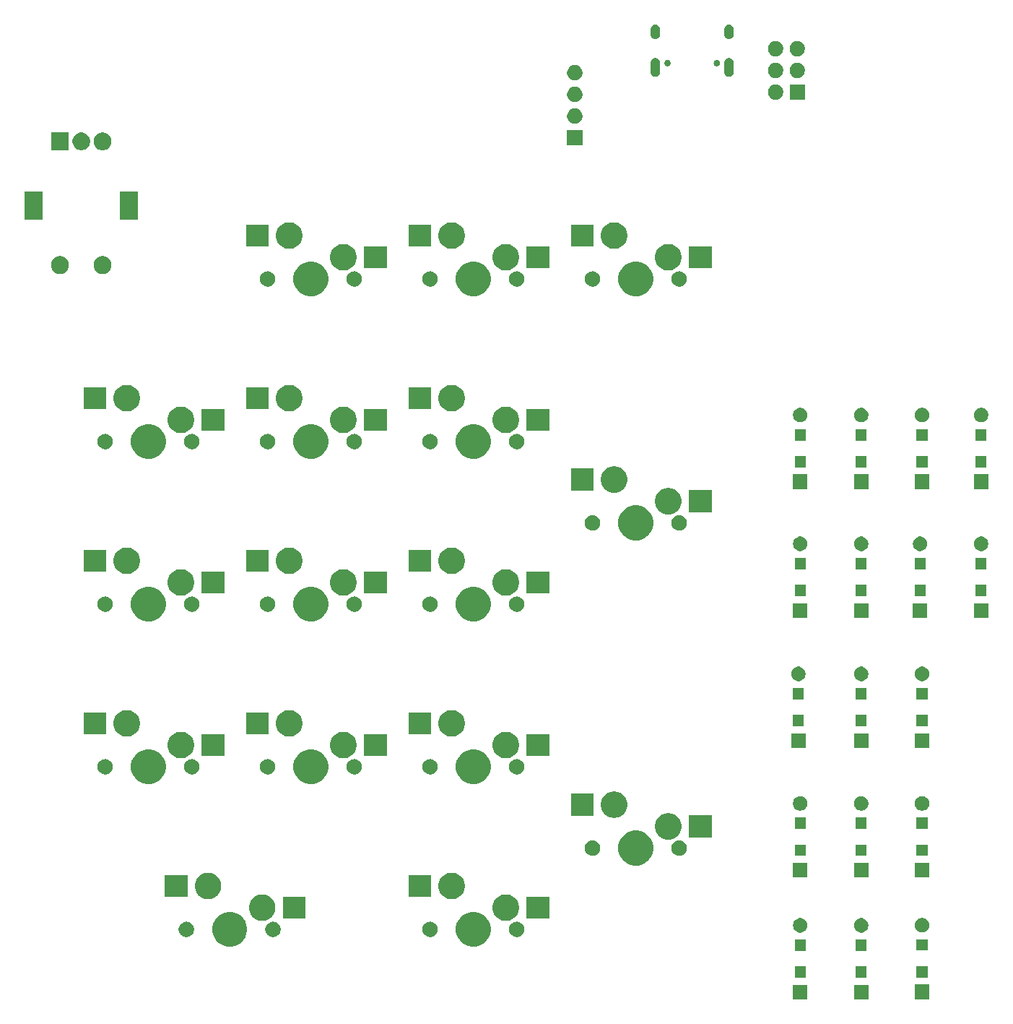
<source format=gbr>
G04 #@! TF.GenerationSoftware,KiCad,Pcbnew,(5.1.5)-3*
G04 #@! TF.CreationDate,2021-05-08T00:02:10-05:00*
G04 #@! TF.ProjectId,MacroPad,4d616372-6f50-4616-942e-6b696361645f,rev?*
G04 #@! TF.SameCoordinates,Original*
G04 #@! TF.FileFunction,Soldermask,Top*
G04 #@! TF.FilePolarity,Negative*
%FSLAX46Y46*%
G04 Gerber Fmt 4.6, Leading zero omitted, Abs format (unit mm)*
G04 Created by KiCad (PCBNEW (5.1.5)-3) date 2021-05-08 00:02:10*
%MOMM*%
%LPD*%
G04 APERTURE LIST*
%ADD10C,0.100000*%
G04 APERTURE END LIST*
D10*
G36*
X147123250Y-161373750D02*
G01*
X145421250Y-161373750D01*
X145421250Y-159671750D01*
X147123250Y-159671750D01*
X147123250Y-161373750D01*
G37*
G36*
X139979500Y-161373750D02*
G01*
X138277500Y-161373750D01*
X138277500Y-159671750D01*
X139979500Y-159671750D01*
X139979500Y-161373750D01*
G37*
G36*
X154267000Y-161361250D02*
G01*
X152565000Y-161361250D01*
X152565000Y-159659250D01*
X154267000Y-159659250D01*
X154267000Y-161361250D01*
G37*
G36*
X139779500Y-158848750D02*
G01*
X138477500Y-158848750D01*
X138477500Y-157546750D01*
X139779500Y-157546750D01*
X139779500Y-158848750D01*
G37*
G36*
X146923250Y-158848750D02*
G01*
X145621250Y-158848750D01*
X145621250Y-157546750D01*
X146923250Y-157546750D01*
X146923250Y-158848750D01*
G37*
G36*
X154067000Y-158836250D02*
G01*
X152765000Y-158836250D01*
X152765000Y-157534250D01*
X154067000Y-157534250D01*
X154067000Y-158836250D01*
G37*
G36*
X146923250Y-155698750D02*
G01*
X145621250Y-155698750D01*
X145621250Y-154396750D01*
X146923250Y-154396750D01*
X146923250Y-155698750D01*
G37*
G36*
X139779500Y-155698750D02*
G01*
X138477500Y-155698750D01*
X138477500Y-154396750D01*
X139779500Y-154396750D01*
X139779500Y-155698750D01*
G37*
G36*
X154067000Y-155686250D02*
G01*
X152765000Y-155686250D01*
X152765000Y-154384250D01*
X154067000Y-154384250D01*
X154067000Y-155686250D01*
G37*
G36*
X72827724Y-151227434D02*
G01*
X73045724Y-151317733D01*
X73199873Y-151381583D01*
X73534798Y-151605373D01*
X73819627Y-151890202D01*
X74043417Y-152225127D01*
X74107267Y-152379276D01*
X74197566Y-152597276D01*
X74276150Y-152992344D01*
X74276150Y-153395156D01*
X74197566Y-153790224D01*
X74113572Y-153993003D01*
X74043417Y-154162373D01*
X73819627Y-154497298D01*
X73534798Y-154782127D01*
X73199873Y-155005917D01*
X73045724Y-155069767D01*
X72827724Y-155160066D01*
X72432656Y-155238650D01*
X72029844Y-155238650D01*
X71634776Y-155160066D01*
X71416776Y-155069767D01*
X71262627Y-155005917D01*
X70927702Y-154782127D01*
X70642873Y-154497298D01*
X70419083Y-154162373D01*
X70348928Y-153993003D01*
X70264934Y-153790224D01*
X70186350Y-153395156D01*
X70186350Y-152992344D01*
X70264934Y-152597276D01*
X70355233Y-152379276D01*
X70419083Y-152225127D01*
X70642873Y-151890202D01*
X70927702Y-151605373D01*
X71262627Y-151381583D01*
X71416776Y-151317733D01*
X71634776Y-151227434D01*
X72029844Y-151148850D01*
X72432656Y-151148850D01*
X72827724Y-151227434D01*
G37*
G36*
X101402724Y-151227434D02*
G01*
X101620724Y-151317733D01*
X101774873Y-151381583D01*
X102109798Y-151605373D01*
X102394627Y-151890202D01*
X102618417Y-152225127D01*
X102682267Y-152379276D01*
X102772566Y-152597276D01*
X102851150Y-152992344D01*
X102851150Y-153395156D01*
X102772566Y-153790224D01*
X102688572Y-153993003D01*
X102618417Y-154162373D01*
X102394627Y-154497298D01*
X102109798Y-154782127D01*
X101774873Y-155005917D01*
X101620724Y-155069767D01*
X101402724Y-155160066D01*
X101007656Y-155238650D01*
X100604844Y-155238650D01*
X100209776Y-155160066D01*
X99991776Y-155069767D01*
X99837627Y-155005917D01*
X99502702Y-154782127D01*
X99217873Y-154497298D01*
X98994083Y-154162373D01*
X98923928Y-153993003D01*
X98839934Y-153790224D01*
X98761350Y-153395156D01*
X98761350Y-152992344D01*
X98839934Y-152597276D01*
X98930233Y-152379276D01*
X98994083Y-152225127D01*
X99217873Y-151890202D01*
X99502702Y-151605373D01*
X99837627Y-151381583D01*
X99991776Y-151317733D01*
X100209776Y-151227434D01*
X100604844Y-151148850D01*
X101007656Y-151148850D01*
X101402724Y-151227434D01*
G37*
G36*
X106051999Y-152307150D02*
G01*
X106149325Y-152326509D01*
X106258748Y-152371834D01*
X106313461Y-152394497D01*
X106433226Y-152474521D01*
X106461178Y-152493198D01*
X106586802Y-152618822D01*
X106586804Y-152618825D01*
X106685503Y-152766539D01*
X106696905Y-152794066D01*
X106753491Y-152930675D01*
X106788150Y-153104921D01*
X106788150Y-153282579D01*
X106753491Y-153456825D01*
X106710236Y-153561250D01*
X106685503Y-153620961D01*
X106587467Y-153767683D01*
X106586802Y-153768678D01*
X106461178Y-153894302D01*
X106461175Y-153894304D01*
X106313461Y-153993003D01*
X106258748Y-154015666D01*
X106149325Y-154060991D01*
X106062202Y-154078320D01*
X105975081Y-154095650D01*
X105797419Y-154095650D01*
X105710298Y-154078320D01*
X105623175Y-154060991D01*
X105513752Y-154015666D01*
X105459039Y-153993003D01*
X105311325Y-153894304D01*
X105311322Y-153894302D01*
X105185698Y-153768678D01*
X105185033Y-153767683D01*
X105086997Y-153620961D01*
X105062264Y-153561250D01*
X105019009Y-153456825D01*
X104984350Y-153282579D01*
X104984350Y-153104921D01*
X105019009Y-152930675D01*
X105075595Y-152794066D01*
X105086997Y-152766539D01*
X105185696Y-152618825D01*
X105185698Y-152618822D01*
X105311322Y-152493198D01*
X105339274Y-152474521D01*
X105459039Y-152394497D01*
X105513752Y-152371834D01*
X105623175Y-152326509D01*
X105720501Y-152307150D01*
X105797419Y-152291850D01*
X105975081Y-152291850D01*
X106051999Y-152307150D01*
G37*
G36*
X95891999Y-152307150D02*
G01*
X95989325Y-152326509D01*
X96098748Y-152371834D01*
X96153461Y-152394497D01*
X96273226Y-152474521D01*
X96301178Y-152493198D01*
X96426802Y-152618822D01*
X96426804Y-152618825D01*
X96525503Y-152766539D01*
X96536905Y-152794066D01*
X96593491Y-152930675D01*
X96628150Y-153104921D01*
X96628150Y-153282579D01*
X96593491Y-153456825D01*
X96550236Y-153561250D01*
X96525503Y-153620961D01*
X96427467Y-153767683D01*
X96426802Y-153768678D01*
X96301178Y-153894302D01*
X96301175Y-153894304D01*
X96153461Y-153993003D01*
X96098748Y-154015666D01*
X95989325Y-154060991D01*
X95902202Y-154078320D01*
X95815081Y-154095650D01*
X95637419Y-154095650D01*
X95550298Y-154078320D01*
X95463175Y-154060991D01*
X95353752Y-154015666D01*
X95299039Y-153993003D01*
X95151325Y-153894304D01*
X95151322Y-153894302D01*
X95025698Y-153768678D01*
X95025033Y-153767683D01*
X94926997Y-153620961D01*
X94902264Y-153561250D01*
X94859009Y-153456825D01*
X94824350Y-153282579D01*
X94824350Y-153104921D01*
X94859009Y-152930675D01*
X94915595Y-152794066D01*
X94926997Y-152766539D01*
X95025696Y-152618825D01*
X95025698Y-152618822D01*
X95151322Y-152493198D01*
X95179274Y-152474521D01*
X95299039Y-152394497D01*
X95353752Y-152371834D01*
X95463175Y-152326509D01*
X95560501Y-152307150D01*
X95637419Y-152291850D01*
X95815081Y-152291850D01*
X95891999Y-152307150D01*
G37*
G36*
X77476999Y-152307150D02*
G01*
X77574325Y-152326509D01*
X77683748Y-152371834D01*
X77738461Y-152394497D01*
X77858226Y-152474521D01*
X77886178Y-152493198D01*
X78011802Y-152618822D01*
X78011804Y-152618825D01*
X78110503Y-152766539D01*
X78121905Y-152794066D01*
X78178491Y-152930675D01*
X78213150Y-153104921D01*
X78213150Y-153282579D01*
X78178491Y-153456825D01*
X78135236Y-153561250D01*
X78110503Y-153620961D01*
X78012467Y-153767683D01*
X78011802Y-153768678D01*
X77886178Y-153894302D01*
X77886175Y-153894304D01*
X77738461Y-153993003D01*
X77683748Y-154015666D01*
X77574325Y-154060991D01*
X77487202Y-154078320D01*
X77400081Y-154095650D01*
X77222419Y-154095650D01*
X77135298Y-154078320D01*
X77048175Y-154060991D01*
X76938752Y-154015666D01*
X76884039Y-153993003D01*
X76736325Y-153894304D01*
X76736322Y-153894302D01*
X76610698Y-153768678D01*
X76610033Y-153767683D01*
X76511997Y-153620961D01*
X76487264Y-153561250D01*
X76444009Y-153456825D01*
X76409350Y-153282579D01*
X76409350Y-153104921D01*
X76444009Y-152930675D01*
X76500595Y-152794066D01*
X76511997Y-152766539D01*
X76610696Y-152618825D01*
X76610698Y-152618822D01*
X76736322Y-152493198D01*
X76764274Y-152474521D01*
X76884039Y-152394497D01*
X76938752Y-152371834D01*
X77048175Y-152326509D01*
X77145501Y-152307150D01*
X77222419Y-152291850D01*
X77400081Y-152291850D01*
X77476999Y-152307150D01*
G37*
G36*
X67316999Y-152307150D02*
G01*
X67414325Y-152326509D01*
X67523748Y-152371834D01*
X67578461Y-152394497D01*
X67698226Y-152474521D01*
X67726178Y-152493198D01*
X67851802Y-152618822D01*
X67851804Y-152618825D01*
X67950503Y-152766539D01*
X67961905Y-152794066D01*
X68018491Y-152930675D01*
X68053150Y-153104921D01*
X68053150Y-153282579D01*
X68018491Y-153456825D01*
X67975236Y-153561250D01*
X67950503Y-153620961D01*
X67852467Y-153767683D01*
X67851802Y-153768678D01*
X67726178Y-153894302D01*
X67726175Y-153894304D01*
X67578461Y-153993003D01*
X67523748Y-154015666D01*
X67414325Y-154060991D01*
X67327202Y-154078320D01*
X67240081Y-154095650D01*
X67062419Y-154095650D01*
X66975298Y-154078320D01*
X66888175Y-154060991D01*
X66778752Y-154015666D01*
X66724039Y-153993003D01*
X66576325Y-153894304D01*
X66576322Y-153894302D01*
X66450698Y-153768678D01*
X66450033Y-153767683D01*
X66351997Y-153620961D01*
X66327264Y-153561250D01*
X66284009Y-153456825D01*
X66249350Y-153282579D01*
X66249350Y-153104921D01*
X66284009Y-152930675D01*
X66340595Y-152794066D01*
X66351997Y-152766539D01*
X66450696Y-152618825D01*
X66450698Y-152618822D01*
X66576322Y-152493198D01*
X66604274Y-152474521D01*
X66724039Y-152394497D01*
X66778752Y-152371834D01*
X66888175Y-152326509D01*
X66985501Y-152307150D01*
X67062419Y-152291850D01*
X67240081Y-152291850D01*
X67316999Y-152307150D01*
G37*
G36*
X139376728Y-151904453D02*
G01*
X139531600Y-151968603D01*
X139670981Y-152061735D01*
X139789515Y-152180269D01*
X139882647Y-152319650D01*
X139946797Y-152474522D01*
X139979500Y-152638934D01*
X139979500Y-152806566D01*
X139946797Y-152970978D01*
X139882647Y-153125850D01*
X139789515Y-153265231D01*
X139670981Y-153383765D01*
X139531600Y-153476897D01*
X139376728Y-153541047D01*
X139212316Y-153573750D01*
X139044684Y-153573750D01*
X138880272Y-153541047D01*
X138725400Y-153476897D01*
X138586019Y-153383765D01*
X138467485Y-153265231D01*
X138374353Y-153125850D01*
X138310203Y-152970978D01*
X138277500Y-152806566D01*
X138277500Y-152638934D01*
X138310203Y-152474522D01*
X138374353Y-152319650D01*
X138467485Y-152180269D01*
X138586019Y-152061735D01*
X138725400Y-151968603D01*
X138880272Y-151904453D01*
X139044684Y-151871750D01*
X139212316Y-151871750D01*
X139376728Y-151904453D01*
G37*
G36*
X146520478Y-151904453D02*
G01*
X146675350Y-151968603D01*
X146814731Y-152061735D01*
X146933265Y-152180269D01*
X147026397Y-152319650D01*
X147090547Y-152474522D01*
X147123250Y-152638934D01*
X147123250Y-152806566D01*
X147090547Y-152970978D01*
X147026397Y-153125850D01*
X146933265Y-153265231D01*
X146814731Y-153383765D01*
X146675350Y-153476897D01*
X146520478Y-153541047D01*
X146356066Y-153573750D01*
X146188434Y-153573750D01*
X146024022Y-153541047D01*
X145869150Y-153476897D01*
X145729769Y-153383765D01*
X145611235Y-153265231D01*
X145518103Y-153125850D01*
X145453953Y-152970978D01*
X145421250Y-152806566D01*
X145421250Y-152638934D01*
X145453953Y-152474522D01*
X145518103Y-152319650D01*
X145611235Y-152180269D01*
X145729769Y-152061735D01*
X145869150Y-151968603D01*
X146024022Y-151904453D01*
X146188434Y-151871750D01*
X146356066Y-151871750D01*
X146520478Y-151904453D01*
G37*
G36*
X153664228Y-151891953D02*
G01*
X153819100Y-151956103D01*
X153958481Y-152049235D01*
X154077015Y-152167769D01*
X154170147Y-152307150D01*
X154234297Y-152462022D01*
X154267000Y-152626434D01*
X154267000Y-152794066D01*
X154234297Y-152958478D01*
X154170147Y-153113350D01*
X154077015Y-153252731D01*
X153958481Y-153371265D01*
X153819100Y-153464397D01*
X153664228Y-153528547D01*
X153499816Y-153561250D01*
X153332184Y-153561250D01*
X153167772Y-153528547D01*
X153012900Y-153464397D01*
X152873519Y-153371265D01*
X152754985Y-153252731D01*
X152661853Y-153113350D01*
X152597703Y-152958478D01*
X152565000Y-152794066D01*
X152565000Y-152626434D01*
X152597703Y-152462022D01*
X152661853Y-152307150D01*
X152754985Y-152167769D01*
X152873519Y-152049235D01*
X153012900Y-151956103D01*
X153167772Y-151891953D01*
X153332184Y-151859250D01*
X153499816Y-151859250D01*
X153664228Y-151891953D01*
G37*
G36*
X104918835Y-149132552D02*
G01*
X105068660Y-149162354D01*
X105350924Y-149279271D01*
X105604955Y-149449009D01*
X105820991Y-149665045D01*
X105990729Y-149919076D01*
X106107646Y-150201340D01*
X106167250Y-150500990D01*
X106167250Y-150806510D01*
X106107646Y-151106160D01*
X105990729Y-151388424D01*
X105820991Y-151642455D01*
X105604955Y-151858491D01*
X105350924Y-152028229D01*
X105068660Y-152145146D01*
X104954926Y-152167769D01*
X104769011Y-152204750D01*
X104463489Y-152204750D01*
X104277574Y-152167769D01*
X104163840Y-152145146D01*
X103881576Y-152028229D01*
X103627545Y-151858491D01*
X103411509Y-151642455D01*
X103241771Y-151388424D01*
X103124854Y-151106160D01*
X103065250Y-150806510D01*
X103065250Y-150500990D01*
X103124854Y-150201340D01*
X103241771Y-149919076D01*
X103411509Y-149665045D01*
X103627545Y-149449009D01*
X103881576Y-149279271D01*
X104163840Y-149162354D01*
X104313665Y-149132552D01*
X104463489Y-149102750D01*
X104769011Y-149102750D01*
X104918835Y-149132552D01*
G37*
G36*
X76343835Y-149132552D02*
G01*
X76493660Y-149162354D01*
X76775924Y-149279271D01*
X77029955Y-149449009D01*
X77245991Y-149665045D01*
X77415729Y-149919076D01*
X77532646Y-150201340D01*
X77592250Y-150500990D01*
X77592250Y-150806510D01*
X77532646Y-151106160D01*
X77415729Y-151388424D01*
X77245991Y-151642455D01*
X77029955Y-151858491D01*
X76775924Y-152028229D01*
X76493660Y-152145146D01*
X76379926Y-152167769D01*
X76194011Y-152204750D01*
X75888489Y-152204750D01*
X75702574Y-152167769D01*
X75588840Y-152145146D01*
X75306576Y-152028229D01*
X75052545Y-151858491D01*
X74836509Y-151642455D01*
X74666771Y-151388424D01*
X74549854Y-151106160D01*
X74490250Y-150806510D01*
X74490250Y-150500990D01*
X74549854Y-150201340D01*
X74666771Y-149919076D01*
X74836509Y-149665045D01*
X75052545Y-149449009D01*
X75306576Y-149279271D01*
X75588840Y-149162354D01*
X75738665Y-149132552D01*
X75888489Y-149102750D01*
X76194011Y-149102750D01*
X76343835Y-149132552D01*
G37*
G36*
X81117250Y-151954750D02*
G01*
X78465250Y-151954750D01*
X78465250Y-149352750D01*
X81117250Y-149352750D01*
X81117250Y-151954750D01*
G37*
G36*
X109692250Y-151954750D02*
G01*
X107040250Y-151954750D01*
X107040250Y-149352750D01*
X109692250Y-149352750D01*
X109692250Y-151954750D01*
G37*
G36*
X98568835Y-146592552D02*
G01*
X98718660Y-146622354D01*
X99000924Y-146739271D01*
X99254955Y-146909009D01*
X99470991Y-147125045D01*
X99640729Y-147379076D01*
X99757646Y-147661340D01*
X99817250Y-147960990D01*
X99817250Y-148266510D01*
X99757646Y-148566160D01*
X99640729Y-148848424D01*
X99470991Y-149102455D01*
X99254955Y-149318491D01*
X99000924Y-149488229D01*
X98718660Y-149605146D01*
X98568835Y-149634948D01*
X98419011Y-149664750D01*
X98113489Y-149664750D01*
X97963665Y-149634948D01*
X97813840Y-149605146D01*
X97531576Y-149488229D01*
X97277545Y-149318491D01*
X97061509Y-149102455D01*
X96891771Y-148848424D01*
X96774854Y-148566160D01*
X96715250Y-148266510D01*
X96715250Y-147960990D01*
X96774854Y-147661340D01*
X96891771Y-147379076D01*
X97061509Y-147125045D01*
X97277545Y-146909009D01*
X97531576Y-146739271D01*
X97813840Y-146622354D01*
X97963665Y-146592552D01*
X98113489Y-146562750D01*
X98419011Y-146562750D01*
X98568835Y-146592552D01*
G37*
G36*
X69993835Y-146592552D02*
G01*
X70143660Y-146622354D01*
X70425924Y-146739271D01*
X70679955Y-146909009D01*
X70895991Y-147125045D01*
X71065729Y-147379076D01*
X71182646Y-147661340D01*
X71242250Y-147960990D01*
X71242250Y-148266510D01*
X71182646Y-148566160D01*
X71065729Y-148848424D01*
X70895991Y-149102455D01*
X70679955Y-149318491D01*
X70425924Y-149488229D01*
X70143660Y-149605146D01*
X69993835Y-149634948D01*
X69844011Y-149664750D01*
X69538489Y-149664750D01*
X69388665Y-149634948D01*
X69238840Y-149605146D01*
X68956576Y-149488229D01*
X68702545Y-149318491D01*
X68486509Y-149102455D01*
X68316771Y-148848424D01*
X68199854Y-148566160D01*
X68140250Y-148266510D01*
X68140250Y-147960990D01*
X68199854Y-147661340D01*
X68316771Y-147379076D01*
X68486509Y-147125045D01*
X68702545Y-146909009D01*
X68956576Y-146739271D01*
X69238840Y-146622354D01*
X69388665Y-146592552D01*
X69538489Y-146562750D01*
X69844011Y-146562750D01*
X69993835Y-146592552D01*
G37*
G36*
X67267250Y-149414750D02*
G01*
X64615250Y-149414750D01*
X64615250Y-146812750D01*
X67267250Y-146812750D01*
X67267250Y-149414750D01*
G37*
G36*
X95842250Y-149414750D02*
G01*
X93190250Y-149414750D01*
X93190250Y-146812750D01*
X95842250Y-146812750D01*
X95842250Y-149414750D01*
G37*
G36*
X139979500Y-147086250D02*
G01*
X138277500Y-147086250D01*
X138277500Y-145384250D01*
X139979500Y-145384250D01*
X139979500Y-147086250D01*
G37*
G36*
X147123250Y-147086250D02*
G01*
X145421250Y-147086250D01*
X145421250Y-145384250D01*
X147123250Y-145384250D01*
X147123250Y-147086250D01*
G37*
G36*
X154267000Y-147086250D02*
G01*
X152565000Y-147086250D01*
X152565000Y-145384250D01*
X154267000Y-145384250D01*
X154267000Y-147086250D01*
G37*
G36*
X120452724Y-141702434D02*
G01*
X120670724Y-141792733D01*
X120824873Y-141856583D01*
X121159798Y-142080373D01*
X121444627Y-142365202D01*
X121668417Y-142700127D01*
X121732267Y-142854276D01*
X121822566Y-143072276D01*
X121901150Y-143467344D01*
X121901150Y-143870156D01*
X121822566Y-144265224D01*
X121738572Y-144468003D01*
X121668417Y-144637373D01*
X121444627Y-144972298D01*
X121159798Y-145257127D01*
X120824873Y-145480917D01*
X120670724Y-145544767D01*
X120452724Y-145635066D01*
X120057656Y-145713650D01*
X119654844Y-145713650D01*
X119259776Y-145635066D01*
X119041776Y-145544767D01*
X118887627Y-145480917D01*
X118552702Y-145257127D01*
X118267873Y-144972298D01*
X118044083Y-144637373D01*
X117973928Y-144468003D01*
X117889934Y-144265224D01*
X117811350Y-143870156D01*
X117811350Y-143467344D01*
X117889934Y-143072276D01*
X117980233Y-142854276D01*
X118044083Y-142700127D01*
X118267873Y-142365202D01*
X118552702Y-142080373D01*
X118887627Y-141856583D01*
X119041776Y-141792733D01*
X119259776Y-141702434D01*
X119654844Y-141623850D01*
X120057656Y-141623850D01*
X120452724Y-141702434D01*
G37*
G36*
X125112202Y-142784179D02*
G01*
X125199325Y-142801509D01*
X125308748Y-142846834D01*
X125363461Y-142869497D01*
X125510183Y-142967533D01*
X125511178Y-142968198D01*
X125636802Y-143093822D01*
X125636804Y-143093825D01*
X125735503Y-143241539D01*
X125735503Y-143241540D01*
X125803491Y-143405675D01*
X125838150Y-143579921D01*
X125838150Y-143757579D01*
X125803491Y-143931825D01*
X125758166Y-144041248D01*
X125735503Y-144095961D01*
X125637467Y-144242683D01*
X125636802Y-144243678D01*
X125511178Y-144369302D01*
X125511175Y-144369304D01*
X125363461Y-144468003D01*
X125308748Y-144490666D01*
X125199325Y-144535991D01*
X125112202Y-144553320D01*
X125025081Y-144570650D01*
X124847419Y-144570650D01*
X124760298Y-144553320D01*
X124673175Y-144535991D01*
X124563752Y-144490666D01*
X124509039Y-144468003D01*
X124361325Y-144369304D01*
X124361322Y-144369302D01*
X124235698Y-144243678D01*
X124235033Y-144242683D01*
X124136997Y-144095961D01*
X124114334Y-144041248D01*
X124069009Y-143931825D01*
X124034350Y-143757579D01*
X124034350Y-143579921D01*
X124069009Y-143405675D01*
X124136997Y-143241540D01*
X124136997Y-143241539D01*
X124235696Y-143093825D01*
X124235698Y-143093822D01*
X124361322Y-142968198D01*
X124362317Y-142967533D01*
X124509039Y-142869497D01*
X124563752Y-142846834D01*
X124673175Y-142801509D01*
X124760298Y-142784179D01*
X124847419Y-142766850D01*
X125025081Y-142766850D01*
X125112202Y-142784179D01*
G37*
G36*
X114952202Y-142784179D02*
G01*
X115039325Y-142801509D01*
X115148748Y-142846834D01*
X115203461Y-142869497D01*
X115350183Y-142967533D01*
X115351178Y-142968198D01*
X115476802Y-143093822D01*
X115476804Y-143093825D01*
X115575503Y-143241539D01*
X115575503Y-143241540D01*
X115643491Y-143405675D01*
X115678150Y-143579921D01*
X115678150Y-143757579D01*
X115643491Y-143931825D01*
X115598166Y-144041248D01*
X115575503Y-144095961D01*
X115477467Y-144242683D01*
X115476802Y-144243678D01*
X115351178Y-144369302D01*
X115351175Y-144369304D01*
X115203461Y-144468003D01*
X115148748Y-144490666D01*
X115039325Y-144535991D01*
X114952202Y-144553320D01*
X114865081Y-144570650D01*
X114687419Y-144570650D01*
X114600298Y-144553320D01*
X114513175Y-144535991D01*
X114403752Y-144490666D01*
X114349039Y-144468003D01*
X114201325Y-144369304D01*
X114201322Y-144369302D01*
X114075698Y-144243678D01*
X114075033Y-144242683D01*
X113976997Y-144095961D01*
X113954334Y-144041248D01*
X113909009Y-143931825D01*
X113874350Y-143757579D01*
X113874350Y-143579921D01*
X113909009Y-143405675D01*
X113976997Y-143241540D01*
X113976997Y-143241539D01*
X114075696Y-143093825D01*
X114075698Y-143093822D01*
X114201322Y-142968198D01*
X114202317Y-142967533D01*
X114349039Y-142869497D01*
X114403752Y-142846834D01*
X114513175Y-142801509D01*
X114600298Y-142784179D01*
X114687419Y-142766850D01*
X114865081Y-142766850D01*
X114952202Y-142784179D01*
G37*
G36*
X154067000Y-144561250D02*
G01*
X152765000Y-144561250D01*
X152765000Y-143259250D01*
X154067000Y-143259250D01*
X154067000Y-144561250D01*
G37*
G36*
X146923250Y-144561250D02*
G01*
X145621250Y-144561250D01*
X145621250Y-143259250D01*
X146923250Y-143259250D01*
X146923250Y-144561250D01*
G37*
G36*
X139779500Y-144561250D02*
G01*
X138477500Y-144561250D01*
X138477500Y-143259250D01*
X139779500Y-143259250D01*
X139779500Y-144561250D01*
G37*
G36*
X123968835Y-139607552D02*
G01*
X124118660Y-139637354D01*
X124400924Y-139754271D01*
X124654955Y-139924009D01*
X124870991Y-140140045D01*
X125040729Y-140394076D01*
X125157646Y-140676340D01*
X125217250Y-140975990D01*
X125217250Y-141281510D01*
X125157646Y-141581160D01*
X125040729Y-141863424D01*
X124870991Y-142117455D01*
X124654955Y-142333491D01*
X124400924Y-142503229D01*
X124118660Y-142620146D01*
X123968835Y-142649948D01*
X123819011Y-142679750D01*
X123513489Y-142679750D01*
X123363665Y-142649948D01*
X123213840Y-142620146D01*
X122931576Y-142503229D01*
X122677545Y-142333491D01*
X122461509Y-142117455D01*
X122291771Y-141863424D01*
X122174854Y-141581160D01*
X122115250Y-141281510D01*
X122115250Y-140975990D01*
X122174854Y-140676340D01*
X122291771Y-140394076D01*
X122461509Y-140140045D01*
X122677545Y-139924009D01*
X122931576Y-139754271D01*
X123213840Y-139637354D01*
X123363665Y-139607552D01*
X123513489Y-139577750D01*
X123819011Y-139577750D01*
X123968835Y-139607552D01*
G37*
G36*
X128742250Y-142429750D02*
G01*
X126090250Y-142429750D01*
X126090250Y-139827750D01*
X128742250Y-139827750D01*
X128742250Y-142429750D01*
G37*
G36*
X146923250Y-141411250D02*
G01*
X145621250Y-141411250D01*
X145621250Y-140109250D01*
X146923250Y-140109250D01*
X146923250Y-141411250D01*
G37*
G36*
X154067000Y-141411250D02*
G01*
X152765000Y-141411250D01*
X152765000Y-140109250D01*
X154067000Y-140109250D01*
X154067000Y-141411250D01*
G37*
G36*
X139779500Y-141411250D02*
G01*
X138477500Y-141411250D01*
X138477500Y-140109250D01*
X139779500Y-140109250D01*
X139779500Y-141411250D01*
G37*
G36*
X117618835Y-137067552D02*
G01*
X117768660Y-137097354D01*
X118050924Y-137214271D01*
X118304955Y-137384009D01*
X118520991Y-137600045D01*
X118690729Y-137854076D01*
X118807646Y-138136340D01*
X118867250Y-138435990D01*
X118867250Y-138741510D01*
X118807646Y-139041160D01*
X118690729Y-139323424D01*
X118520991Y-139577455D01*
X118304955Y-139793491D01*
X118050924Y-139963229D01*
X117768660Y-140080146D01*
X117622344Y-140109250D01*
X117469011Y-140139750D01*
X117163489Y-140139750D01*
X117010156Y-140109250D01*
X116863840Y-140080146D01*
X116581576Y-139963229D01*
X116327545Y-139793491D01*
X116111509Y-139577455D01*
X115941771Y-139323424D01*
X115824854Y-139041160D01*
X115765250Y-138741510D01*
X115765250Y-138435990D01*
X115824854Y-138136340D01*
X115941771Y-137854076D01*
X116111509Y-137600045D01*
X116327545Y-137384009D01*
X116581576Y-137214271D01*
X116863840Y-137097354D01*
X117013665Y-137067552D01*
X117163489Y-137037750D01*
X117469011Y-137037750D01*
X117618835Y-137067552D01*
G37*
G36*
X114892250Y-139889750D02*
G01*
X112240250Y-139889750D01*
X112240250Y-137287750D01*
X114892250Y-137287750D01*
X114892250Y-139889750D01*
G37*
G36*
X153664228Y-137616953D02*
G01*
X153819100Y-137681103D01*
X153958481Y-137774235D01*
X154077015Y-137892769D01*
X154170147Y-138032150D01*
X154234297Y-138187022D01*
X154267000Y-138351434D01*
X154267000Y-138519066D01*
X154234297Y-138683478D01*
X154170147Y-138838350D01*
X154077015Y-138977731D01*
X153958481Y-139096265D01*
X153819100Y-139189397D01*
X153664228Y-139253547D01*
X153499816Y-139286250D01*
X153332184Y-139286250D01*
X153167772Y-139253547D01*
X153012900Y-139189397D01*
X152873519Y-139096265D01*
X152754985Y-138977731D01*
X152661853Y-138838350D01*
X152597703Y-138683478D01*
X152565000Y-138519066D01*
X152565000Y-138351434D01*
X152597703Y-138187022D01*
X152661853Y-138032150D01*
X152754985Y-137892769D01*
X152873519Y-137774235D01*
X153012900Y-137681103D01*
X153167772Y-137616953D01*
X153332184Y-137584250D01*
X153499816Y-137584250D01*
X153664228Y-137616953D01*
G37*
G36*
X139376728Y-137616953D02*
G01*
X139531600Y-137681103D01*
X139670981Y-137774235D01*
X139789515Y-137892769D01*
X139882647Y-138032150D01*
X139946797Y-138187022D01*
X139979500Y-138351434D01*
X139979500Y-138519066D01*
X139946797Y-138683478D01*
X139882647Y-138838350D01*
X139789515Y-138977731D01*
X139670981Y-139096265D01*
X139531600Y-139189397D01*
X139376728Y-139253547D01*
X139212316Y-139286250D01*
X139044684Y-139286250D01*
X138880272Y-139253547D01*
X138725400Y-139189397D01*
X138586019Y-139096265D01*
X138467485Y-138977731D01*
X138374353Y-138838350D01*
X138310203Y-138683478D01*
X138277500Y-138519066D01*
X138277500Y-138351434D01*
X138310203Y-138187022D01*
X138374353Y-138032150D01*
X138467485Y-137892769D01*
X138586019Y-137774235D01*
X138725400Y-137681103D01*
X138880272Y-137616953D01*
X139044684Y-137584250D01*
X139212316Y-137584250D01*
X139376728Y-137616953D01*
G37*
G36*
X146520478Y-137616953D02*
G01*
X146675350Y-137681103D01*
X146814731Y-137774235D01*
X146933265Y-137892769D01*
X147026397Y-138032150D01*
X147090547Y-138187022D01*
X147123250Y-138351434D01*
X147123250Y-138519066D01*
X147090547Y-138683478D01*
X147026397Y-138838350D01*
X146933265Y-138977731D01*
X146814731Y-139096265D01*
X146675350Y-139189397D01*
X146520478Y-139253547D01*
X146356066Y-139286250D01*
X146188434Y-139286250D01*
X146024022Y-139253547D01*
X145869150Y-139189397D01*
X145729769Y-139096265D01*
X145611235Y-138977731D01*
X145518103Y-138838350D01*
X145453953Y-138683478D01*
X145421250Y-138519066D01*
X145421250Y-138351434D01*
X145453953Y-138187022D01*
X145518103Y-138032150D01*
X145611235Y-137892769D01*
X145729769Y-137774235D01*
X145869150Y-137681103D01*
X146024022Y-137616953D01*
X146188434Y-137584250D01*
X146356066Y-137584250D01*
X146520478Y-137616953D01*
G37*
G36*
X63302724Y-132177434D02*
G01*
X63520724Y-132267733D01*
X63674873Y-132331583D01*
X64009798Y-132555373D01*
X64294627Y-132840202D01*
X64518417Y-133175127D01*
X64582267Y-133329276D01*
X64672566Y-133547276D01*
X64751150Y-133942344D01*
X64751150Y-134345156D01*
X64672566Y-134740224D01*
X64588572Y-134943003D01*
X64518417Y-135112373D01*
X64294627Y-135447298D01*
X64009798Y-135732127D01*
X63674873Y-135955917D01*
X63520724Y-136019767D01*
X63302724Y-136110066D01*
X62907656Y-136188650D01*
X62504844Y-136188650D01*
X62109776Y-136110066D01*
X61891776Y-136019767D01*
X61737627Y-135955917D01*
X61402702Y-135732127D01*
X61117873Y-135447298D01*
X60894083Y-135112373D01*
X60823928Y-134943003D01*
X60739934Y-134740224D01*
X60661350Y-134345156D01*
X60661350Y-133942344D01*
X60739934Y-133547276D01*
X60830233Y-133329276D01*
X60894083Y-133175127D01*
X61117873Y-132840202D01*
X61402702Y-132555373D01*
X61737627Y-132331583D01*
X61891776Y-132267733D01*
X62109776Y-132177434D01*
X62504844Y-132098850D01*
X62907656Y-132098850D01*
X63302724Y-132177434D01*
G37*
G36*
X101402724Y-132177434D02*
G01*
X101620724Y-132267733D01*
X101774873Y-132331583D01*
X102109798Y-132555373D01*
X102394627Y-132840202D01*
X102618417Y-133175127D01*
X102682267Y-133329276D01*
X102772566Y-133547276D01*
X102851150Y-133942344D01*
X102851150Y-134345156D01*
X102772566Y-134740224D01*
X102688572Y-134943003D01*
X102618417Y-135112373D01*
X102394627Y-135447298D01*
X102109798Y-135732127D01*
X101774873Y-135955917D01*
X101620724Y-136019767D01*
X101402724Y-136110066D01*
X101007656Y-136188650D01*
X100604844Y-136188650D01*
X100209776Y-136110066D01*
X99991776Y-136019767D01*
X99837627Y-135955917D01*
X99502702Y-135732127D01*
X99217873Y-135447298D01*
X98994083Y-135112373D01*
X98923928Y-134943003D01*
X98839934Y-134740224D01*
X98761350Y-134345156D01*
X98761350Y-133942344D01*
X98839934Y-133547276D01*
X98930233Y-133329276D01*
X98994083Y-133175127D01*
X99217873Y-132840202D01*
X99502702Y-132555373D01*
X99837627Y-132331583D01*
X99991776Y-132267733D01*
X100209776Y-132177434D01*
X100604844Y-132098850D01*
X101007656Y-132098850D01*
X101402724Y-132177434D01*
G37*
G36*
X82352724Y-132177434D02*
G01*
X82570724Y-132267733D01*
X82724873Y-132331583D01*
X83059798Y-132555373D01*
X83344627Y-132840202D01*
X83568417Y-133175127D01*
X83632267Y-133329276D01*
X83722566Y-133547276D01*
X83801150Y-133942344D01*
X83801150Y-134345156D01*
X83722566Y-134740224D01*
X83638572Y-134943003D01*
X83568417Y-135112373D01*
X83344627Y-135447298D01*
X83059798Y-135732127D01*
X82724873Y-135955917D01*
X82570724Y-136019767D01*
X82352724Y-136110066D01*
X81957656Y-136188650D01*
X81554844Y-136188650D01*
X81159776Y-136110066D01*
X80941776Y-136019767D01*
X80787627Y-135955917D01*
X80452702Y-135732127D01*
X80167873Y-135447298D01*
X79944083Y-135112373D01*
X79873928Y-134943003D01*
X79789934Y-134740224D01*
X79711350Y-134345156D01*
X79711350Y-133942344D01*
X79789934Y-133547276D01*
X79880233Y-133329276D01*
X79944083Y-133175127D01*
X80167873Y-132840202D01*
X80452702Y-132555373D01*
X80787627Y-132331583D01*
X80941776Y-132267733D01*
X81159776Y-132177434D01*
X81554844Y-132098850D01*
X81957656Y-132098850D01*
X82352724Y-132177434D01*
G37*
G36*
X87012202Y-133259180D02*
G01*
X87099325Y-133276509D01*
X87208748Y-133321834D01*
X87263461Y-133344497D01*
X87410183Y-133442533D01*
X87411178Y-133443198D01*
X87536802Y-133568822D01*
X87536804Y-133568825D01*
X87635503Y-133716539D01*
X87635503Y-133716540D01*
X87703491Y-133880675D01*
X87738150Y-134054921D01*
X87738150Y-134232579D01*
X87703491Y-134406825D01*
X87658166Y-134516248D01*
X87635503Y-134570961D01*
X87537467Y-134717683D01*
X87536802Y-134718678D01*
X87411178Y-134844302D01*
X87411175Y-134844304D01*
X87263461Y-134943003D01*
X87208748Y-134965666D01*
X87099325Y-135010991D01*
X87012202Y-135028320D01*
X86925081Y-135045650D01*
X86747419Y-135045650D01*
X86660298Y-135028320D01*
X86573175Y-135010991D01*
X86463752Y-134965666D01*
X86409039Y-134943003D01*
X86261325Y-134844304D01*
X86261322Y-134844302D01*
X86135698Y-134718678D01*
X86135033Y-134717683D01*
X86036997Y-134570961D01*
X86014334Y-134516248D01*
X85969009Y-134406825D01*
X85934350Y-134232579D01*
X85934350Y-134054921D01*
X85969009Y-133880675D01*
X86036997Y-133716540D01*
X86036997Y-133716539D01*
X86135696Y-133568825D01*
X86135698Y-133568822D01*
X86261322Y-133443198D01*
X86262317Y-133442533D01*
X86409039Y-133344497D01*
X86463752Y-133321834D01*
X86573175Y-133276509D01*
X86660298Y-133259180D01*
X86747419Y-133241850D01*
X86925081Y-133241850D01*
X87012202Y-133259180D01*
G37*
G36*
X95902202Y-133259180D02*
G01*
X95989325Y-133276509D01*
X96098748Y-133321834D01*
X96153461Y-133344497D01*
X96300183Y-133442533D01*
X96301178Y-133443198D01*
X96426802Y-133568822D01*
X96426804Y-133568825D01*
X96525503Y-133716539D01*
X96525503Y-133716540D01*
X96593491Y-133880675D01*
X96628150Y-134054921D01*
X96628150Y-134232579D01*
X96593491Y-134406825D01*
X96548166Y-134516248D01*
X96525503Y-134570961D01*
X96427467Y-134717683D01*
X96426802Y-134718678D01*
X96301178Y-134844302D01*
X96301175Y-134844304D01*
X96153461Y-134943003D01*
X96098748Y-134965666D01*
X95989325Y-135010991D01*
X95902202Y-135028320D01*
X95815081Y-135045650D01*
X95637419Y-135045650D01*
X95550298Y-135028320D01*
X95463175Y-135010991D01*
X95353752Y-134965666D01*
X95299039Y-134943003D01*
X95151325Y-134844304D01*
X95151322Y-134844302D01*
X95025698Y-134718678D01*
X95025033Y-134717683D01*
X94926997Y-134570961D01*
X94904334Y-134516248D01*
X94859009Y-134406825D01*
X94824350Y-134232579D01*
X94824350Y-134054921D01*
X94859009Y-133880675D01*
X94926997Y-133716540D01*
X94926997Y-133716539D01*
X95025696Y-133568825D01*
X95025698Y-133568822D01*
X95151322Y-133443198D01*
X95152317Y-133442533D01*
X95299039Y-133344497D01*
X95353752Y-133321834D01*
X95463175Y-133276509D01*
X95550298Y-133259180D01*
X95637419Y-133241850D01*
X95815081Y-133241850D01*
X95902202Y-133259180D01*
G37*
G36*
X106062202Y-133259180D02*
G01*
X106149325Y-133276509D01*
X106258748Y-133321834D01*
X106313461Y-133344497D01*
X106460183Y-133442533D01*
X106461178Y-133443198D01*
X106586802Y-133568822D01*
X106586804Y-133568825D01*
X106685503Y-133716539D01*
X106685503Y-133716540D01*
X106753491Y-133880675D01*
X106788150Y-134054921D01*
X106788150Y-134232579D01*
X106753491Y-134406825D01*
X106708166Y-134516248D01*
X106685503Y-134570961D01*
X106587467Y-134717683D01*
X106586802Y-134718678D01*
X106461178Y-134844302D01*
X106461175Y-134844304D01*
X106313461Y-134943003D01*
X106258748Y-134965666D01*
X106149325Y-135010991D01*
X106062202Y-135028320D01*
X105975081Y-135045650D01*
X105797419Y-135045650D01*
X105710298Y-135028320D01*
X105623175Y-135010991D01*
X105513752Y-134965666D01*
X105459039Y-134943003D01*
X105311325Y-134844304D01*
X105311322Y-134844302D01*
X105185698Y-134718678D01*
X105185033Y-134717683D01*
X105086997Y-134570961D01*
X105064334Y-134516248D01*
X105019009Y-134406825D01*
X104984350Y-134232579D01*
X104984350Y-134054921D01*
X105019009Y-133880675D01*
X105086997Y-133716540D01*
X105086997Y-133716539D01*
X105185696Y-133568825D01*
X105185698Y-133568822D01*
X105311322Y-133443198D01*
X105312317Y-133442533D01*
X105459039Y-133344497D01*
X105513752Y-133321834D01*
X105623175Y-133276509D01*
X105710298Y-133259180D01*
X105797419Y-133241850D01*
X105975081Y-133241850D01*
X106062202Y-133259180D01*
G37*
G36*
X76852202Y-133259180D02*
G01*
X76939325Y-133276509D01*
X77048748Y-133321834D01*
X77103461Y-133344497D01*
X77250183Y-133442533D01*
X77251178Y-133443198D01*
X77376802Y-133568822D01*
X77376804Y-133568825D01*
X77475503Y-133716539D01*
X77475503Y-133716540D01*
X77543491Y-133880675D01*
X77578150Y-134054921D01*
X77578150Y-134232579D01*
X77543491Y-134406825D01*
X77498166Y-134516248D01*
X77475503Y-134570961D01*
X77377467Y-134717683D01*
X77376802Y-134718678D01*
X77251178Y-134844302D01*
X77251175Y-134844304D01*
X77103461Y-134943003D01*
X77048748Y-134965666D01*
X76939325Y-135010991D01*
X76852202Y-135028320D01*
X76765081Y-135045650D01*
X76587419Y-135045650D01*
X76500298Y-135028320D01*
X76413175Y-135010991D01*
X76303752Y-134965666D01*
X76249039Y-134943003D01*
X76101325Y-134844304D01*
X76101322Y-134844302D01*
X75975698Y-134718678D01*
X75975033Y-134717683D01*
X75876997Y-134570961D01*
X75854334Y-134516248D01*
X75809009Y-134406825D01*
X75774350Y-134232579D01*
X75774350Y-134054921D01*
X75809009Y-133880675D01*
X75876997Y-133716540D01*
X75876997Y-133716539D01*
X75975696Y-133568825D01*
X75975698Y-133568822D01*
X76101322Y-133443198D01*
X76102317Y-133442533D01*
X76249039Y-133344497D01*
X76303752Y-133321834D01*
X76413175Y-133276509D01*
X76500298Y-133259180D01*
X76587419Y-133241850D01*
X76765081Y-133241850D01*
X76852202Y-133259180D01*
G37*
G36*
X57802202Y-133259180D02*
G01*
X57889325Y-133276509D01*
X57998748Y-133321834D01*
X58053461Y-133344497D01*
X58200183Y-133442533D01*
X58201178Y-133443198D01*
X58326802Y-133568822D01*
X58326804Y-133568825D01*
X58425503Y-133716539D01*
X58425503Y-133716540D01*
X58493491Y-133880675D01*
X58528150Y-134054921D01*
X58528150Y-134232579D01*
X58493491Y-134406825D01*
X58448166Y-134516248D01*
X58425503Y-134570961D01*
X58327467Y-134717683D01*
X58326802Y-134718678D01*
X58201178Y-134844302D01*
X58201175Y-134844304D01*
X58053461Y-134943003D01*
X57998748Y-134965666D01*
X57889325Y-135010991D01*
X57802202Y-135028320D01*
X57715081Y-135045650D01*
X57537419Y-135045650D01*
X57450298Y-135028320D01*
X57363175Y-135010991D01*
X57253752Y-134965666D01*
X57199039Y-134943003D01*
X57051325Y-134844304D01*
X57051322Y-134844302D01*
X56925698Y-134718678D01*
X56925033Y-134717683D01*
X56826997Y-134570961D01*
X56804334Y-134516248D01*
X56759009Y-134406825D01*
X56724350Y-134232579D01*
X56724350Y-134054921D01*
X56759009Y-133880675D01*
X56826997Y-133716540D01*
X56826997Y-133716539D01*
X56925696Y-133568825D01*
X56925698Y-133568822D01*
X57051322Y-133443198D01*
X57052317Y-133442533D01*
X57199039Y-133344497D01*
X57253752Y-133321834D01*
X57363175Y-133276509D01*
X57450298Y-133259180D01*
X57537419Y-133241850D01*
X57715081Y-133241850D01*
X57802202Y-133259180D01*
G37*
G36*
X67962202Y-133259180D02*
G01*
X68049325Y-133276509D01*
X68158748Y-133321834D01*
X68213461Y-133344497D01*
X68360183Y-133442533D01*
X68361178Y-133443198D01*
X68486802Y-133568822D01*
X68486804Y-133568825D01*
X68585503Y-133716539D01*
X68585503Y-133716540D01*
X68653491Y-133880675D01*
X68688150Y-134054921D01*
X68688150Y-134232579D01*
X68653491Y-134406825D01*
X68608166Y-134516248D01*
X68585503Y-134570961D01*
X68487467Y-134717683D01*
X68486802Y-134718678D01*
X68361178Y-134844302D01*
X68361175Y-134844304D01*
X68213461Y-134943003D01*
X68158748Y-134965666D01*
X68049325Y-135010991D01*
X67962202Y-135028320D01*
X67875081Y-135045650D01*
X67697419Y-135045650D01*
X67610298Y-135028320D01*
X67523175Y-135010991D01*
X67413752Y-134965666D01*
X67359039Y-134943003D01*
X67211325Y-134844304D01*
X67211322Y-134844302D01*
X67085698Y-134718678D01*
X67085033Y-134717683D01*
X66986997Y-134570961D01*
X66964334Y-134516248D01*
X66919009Y-134406825D01*
X66884350Y-134232579D01*
X66884350Y-134054921D01*
X66919009Y-133880675D01*
X66986997Y-133716540D01*
X66986997Y-133716539D01*
X67085696Y-133568825D01*
X67085698Y-133568822D01*
X67211322Y-133443198D01*
X67212317Y-133442533D01*
X67359039Y-133344497D01*
X67413752Y-133321834D01*
X67523175Y-133276509D01*
X67610298Y-133259180D01*
X67697419Y-133241850D01*
X67875081Y-133241850D01*
X67962202Y-133259180D01*
G37*
G36*
X66818835Y-130082552D02*
G01*
X66968660Y-130112354D01*
X67250924Y-130229271D01*
X67504955Y-130399009D01*
X67720991Y-130615045D01*
X67890729Y-130869076D01*
X68007646Y-131151340D01*
X68067250Y-131450990D01*
X68067250Y-131756510D01*
X68007646Y-132056160D01*
X67890729Y-132338424D01*
X67720991Y-132592455D01*
X67504955Y-132808491D01*
X67250924Y-132978229D01*
X66968660Y-133095146D01*
X66818835Y-133124948D01*
X66669011Y-133154750D01*
X66363489Y-133154750D01*
X66213665Y-133124948D01*
X66063840Y-133095146D01*
X65781576Y-132978229D01*
X65527545Y-132808491D01*
X65311509Y-132592455D01*
X65141771Y-132338424D01*
X65024854Y-132056160D01*
X64965250Y-131756510D01*
X64965250Y-131450990D01*
X65024854Y-131151340D01*
X65141771Y-130869076D01*
X65311509Y-130615045D01*
X65527545Y-130399009D01*
X65781576Y-130229271D01*
X66063840Y-130112354D01*
X66213665Y-130082552D01*
X66363489Y-130052750D01*
X66669011Y-130052750D01*
X66818835Y-130082552D01*
G37*
G36*
X85868835Y-130082552D02*
G01*
X86018660Y-130112354D01*
X86300924Y-130229271D01*
X86554955Y-130399009D01*
X86770991Y-130615045D01*
X86940729Y-130869076D01*
X87057646Y-131151340D01*
X87117250Y-131450990D01*
X87117250Y-131756510D01*
X87057646Y-132056160D01*
X86940729Y-132338424D01*
X86770991Y-132592455D01*
X86554955Y-132808491D01*
X86300924Y-132978229D01*
X86018660Y-133095146D01*
X85868835Y-133124948D01*
X85719011Y-133154750D01*
X85413489Y-133154750D01*
X85263665Y-133124948D01*
X85113840Y-133095146D01*
X84831576Y-132978229D01*
X84577545Y-132808491D01*
X84361509Y-132592455D01*
X84191771Y-132338424D01*
X84074854Y-132056160D01*
X84015250Y-131756510D01*
X84015250Y-131450990D01*
X84074854Y-131151340D01*
X84191771Y-130869076D01*
X84361509Y-130615045D01*
X84577545Y-130399009D01*
X84831576Y-130229271D01*
X85113840Y-130112354D01*
X85263665Y-130082552D01*
X85413489Y-130052750D01*
X85719011Y-130052750D01*
X85868835Y-130082552D01*
G37*
G36*
X104918835Y-130082552D02*
G01*
X105068660Y-130112354D01*
X105350924Y-130229271D01*
X105604955Y-130399009D01*
X105820991Y-130615045D01*
X105990729Y-130869076D01*
X106107646Y-131151340D01*
X106167250Y-131450990D01*
X106167250Y-131756510D01*
X106107646Y-132056160D01*
X105990729Y-132338424D01*
X105820991Y-132592455D01*
X105604955Y-132808491D01*
X105350924Y-132978229D01*
X105068660Y-133095146D01*
X104918835Y-133124948D01*
X104769011Y-133154750D01*
X104463489Y-133154750D01*
X104313665Y-133124948D01*
X104163840Y-133095146D01*
X103881576Y-132978229D01*
X103627545Y-132808491D01*
X103411509Y-132592455D01*
X103241771Y-132338424D01*
X103124854Y-132056160D01*
X103065250Y-131756510D01*
X103065250Y-131450990D01*
X103124854Y-131151340D01*
X103241771Y-130869076D01*
X103411509Y-130615045D01*
X103627545Y-130399009D01*
X103881576Y-130229271D01*
X104163840Y-130112354D01*
X104313665Y-130082552D01*
X104463489Y-130052750D01*
X104769011Y-130052750D01*
X104918835Y-130082552D01*
G37*
G36*
X71592250Y-132904750D02*
G01*
X68940250Y-132904750D01*
X68940250Y-130302750D01*
X71592250Y-130302750D01*
X71592250Y-132904750D01*
G37*
G36*
X109692250Y-132904750D02*
G01*
X107040250Y-132904750D01*
X107040250Y-130302750D01*
X109692250Y-130302750D01*
X109692250Y-132904750D01*
G37*
G36*
X90642250Y-132904750D02*
G01*
X87990250Y-132904750D01*
X87990250Y-130302750D01*
X90642250Y-130302750D01*
X90642250Y-132904750D01*
G37*
G36*
X147123250Y-131909750D02*
G01*
X145421250Y-131909750D01*
X145421250Y-130207750D01*
X147123250Y-130207750D01*
X147123250Y-131909750D01*
G37*
G36*
X154267000Y-131909750D02*
G01*
X152565000Y-131909750D01*
X152565000Y-130207750D01*
X154267000Y-130207750D01*
X154267000Y-131909750D01*
G37*
G36*
X139757250Y-131909750D02*
G01*
X138055250Y-131909750D01*
X138055250Y-130207750D01*
X139757250Y-130207750D01*
X139757250Y-131909750D01*
G37*
G36*
X79518835Y-127542552D02*
G01*
X79668660Y-127572354D01*
X79950924Y-127689271D01*
X80204955Y-127859009D01*
X80420991Y-128075045D01*
X80590729Y-128329076D01*
X80707646Y-128611340D01*
X80767250Y-128910990D01*
X80767250Y-129216510D01*
X80707646Y-129516160D01*
X80590729Y-129798424D01*
X80420991Y-130052455D01*
X80204955Y-130268491D01*
X79950924Y-130438229D01*
X79668660Y-130555146D01*
X79518835Y-130584948D01*
X79369011Y-130614750D01*
X79063489Y-130614750D01*
X78913665Y-130584948D01*
X78763840Y-130555146D01*
X78481576Y-130438229D01*
X78227545Y-130268491D01*
X78011509Y-130052455D01*
X77841771Y-129798424D01*
X77724854Y-129516160D01*
X77665250Y-129216510D01*
X77665250Y-128910990D01*
X77724854Y-128611340D01*
X77841771Y-128329076D01*
X78011509Y-128075045D01*
X78227545Y-127859009D01*
X78481576Y-127689271D01*
X78763840Y-127572354D01*
X78913665Y-127542552D01*
X79063489Y-127512750D01*
X79369011Y-127512750D01*
X79518835Y-127542552D01*
G37*
G36*
X60468835Y-127542552D02*
G01*
X60618660Y-127572354D01*
X60900924Y-127689271D01*
X61154955Y-127859009D01*
X61370991Y-128075045D01*
X61540729Y-128329076D01*
X61657646Y-128611340D01*
X61717250Y-128910990D01*
X61717250Y-129216510D01*
X61657646Y-129516160D01*
X61540729Y-129798424D01*
X61370991Y-130052455D01*
X61154955Y-130268491D01*
X60900924Y-130438229D01*
X60618660Y-130555146D01*
X60468835Y-130584948D01*
X60319011Y-130614750D01*
X60013489Y-130614750D01*
X59863665Y-130584948D01*
X59713840Y-130555146D01*
X59431576Y-130438229D01*
X59177545Y-130268491D01*
X58961509Y-130052455D01*
X58791771Y-129798424D01*
X58674854Y-129516160D01*
X58615250Y-129216510D01*
X58615250Y-128910990D01*
X58674854Y-128611340D01*
X58791771Y-128329076D01*
X58961509Y-128075045D01*
X59177545Y-127859009D01*
X59431576Y-127689271D01*
X59713840Y-127572354D01*
X59863665Y-127542552D01*
X60013489Y-127512750D01*
X60319011Y-127512750D01*
X60468835Y-127542552D01*
G37*
G36*
X98568835Y-127542552D02*
G01*
X98718660Y-127572354D01*
X99000924Y-127689271D01*
X99254955Y-127859009D01*
X99470991Y-128075045D01*
X99640729Y-128329076D01*
X99757646Y-128611340D01*
X99817250Y-128910990D01*
X99817250Y-129216510D01*
X99757646Y-129516160D01*
X99640729Y-129798424D01*
X99470991Y-130052455D01*
X99254955Y-130268491D01*
X99000924Y-130438229D01*
X98718660Y-130555146D01*
X98568835Y-130584948D01*
X98419011Y-130614750D01*
X98113489Y-130614750D01*
X97963665Y-130584948D01*
X97813840Y-130555146D01*
X97531576Y-130438229D01*
X97277545Y-130268491D01*
X97061509Y-130052455D01*
X96891771Y-129798424D01*
X96774854Y-129516160D01*
X96715250Y-129216510D01*
X96715250Y-128910990D01*
X96774854Y-128611340D01*
X96891771Y-128329076D01*
X97061509Y-128075045D01*
X97277545Y-127859009D01*
X97531576Y-127689271D01*
X97813840Y-127572354D01*
X97963665Y-127542552D01*
X98113489Y-127512750D01*
X98419011Y-127512750D01*
X98568835Y-127542552D01*
G37*
G36*
X95842250Y-130364750D02*
G01*
X93190250Y-130364750D01*
X93190250Y-127762750D01*
X95842250Y-127762750D01*
X95842250Y-130364750D01*
G37*
G36*
X76792250Y-130364750D02*
G01*
X74140250Y-130364750D01*
X74140250Y-127762750D01*
X76792250Y-127762750D01*
X76792250Y-130364750D01*
G37*
G36*
X57742250Y-130364750D02*
G01*
X55090250Y-130364750D01*
X55090250Y-127762750D01*
X57742250Y-127762750D01*
X57742250Y-130364750D01*
G37*
G36*
X146923250Y-129384750D02*
G01*
X145621250Y-129384750D01*
X145621250Y-128082750D01*
X146923250Y-128082750D01*
X146923250Y-129384750D01*
G37*
G36*
X154067000Y-129384750D02*
G01*
X152765000Y-129384750D01*
X152765000Y-128082750D01*
X154067000Y-128082750D01*
X154067000Y-129384750D01*
G37*
G36*
X139557250Y-129384750D02*
G01*
X138255250Y-129384750D01*
X138255250Y-128082750D01*
X139557250Y-128082750D01*
X139557250Y-129384750D01*
G37*
G36*
X139557250Y-126234750D02*
G01*
X138255250Y-126234750D01*
X138255250Y-124932750D01*
X139557250Y-124932750D01*
X139557250Y-126234750D01*
G37*
G36*
X146923250Y-126234750D02*
G01*
X145621250Y-126234750D01*
X145621250Y-124932750D01*
X146923250Y-124932750D01*
X146923250Y-126234750D01*
G37*
G36*
X154067000Y-126234750D02*
G01*
X152765000Y-126234750D01*
X152765000Y-124932750D01*
X154067000Y-124932750D01*
X154067000Y-126234750D01*
G37*
G36*
X153664228Y-122440453D02*
G01*
X153819100Y-122504603D01*
X153958481Y-122597735D01*
X154077015Y-122716269D01*
X154170147Y-122855650D01*
X154234297Y-123010522D01*
X154267000Y-123174934D01*
X154267000Y-123342566D01*
X154234297Y-123506978D01*
X154170147Y-123661850D01*
X154077015Y-123801231D01*
X153958481Y-123919765D01*
X153819100Y-124012897D01*
X153664228Y-124077047D01*
X153499816Y-124109750D01*
X153332184Y-124109750D01*
X153167772Y-124077047D01*
X153012900Y-124012897D01*
X152873519Y-123919765D01*
X152754985Y-123801231D01*
X152661853Y-123661850D01*
X152597703Y-123506978D01*
X152565000Y-123342566D01*
X152565000Y-123174934D01*
X152597703Y-123010522D01*
X152661853Y-122855650D01*
X152754985Y-122716269D01*
X152873519Y-122597735D01*
X153012900Y-122504603D01*
X153167772Y-122440453D01*
X153332184Y-122407750D01*
X153499816Y-122407750D01*
X153664228Y-122440453D01*
G37*
G36*
X146520478Y-122440453D02*
G01*
X146675350Y-122504603D01*
X146814731Y-122597735D01*
X146933265Y-122716269D01*
X147026397Y-122855650D01*
X147090547Y-123010522D01*
X147123250Y-123174934D01*
X147123250Y-123342566D01*
X147090547Y-123506978D01*
X147026397Y-123661850D01*
X146933265Y-123801231D01*
X146814731Y-123919765D01*
X146675350Y-124012897D01*
X146520478Y-124077047D01*
X146356066Y-124109750D01*
X146188434Y-124109750D01*
X146024022Y-124077047D01*
X145869150Y-124012897D01*
X145729769Y-123919765D01*
X145611235Y-123801231D01*
X145518103Y-123661850D01*
X145453953Y-123506978D01*
X145421250Y-123342566D01*
X145421250Y-123174934D01*
X145453953Y-123010522D01*
X145518103Y-122855650D01*
X145611235Y-122716269D01*
X145729769Y-122597735D01*
X145869150Y-122504603D01*
X146024022Y-122440453D01*
X146188434Y-122407750D01*
X146356066Y-122407750D01*
X146520478Y-122440453D01*
G37*
G36*
X139154478Y-122440453D02*
G01*
X139309350Y-122504603D01*
X139448731Y-122597735D01*
X139567265Y-122716269D01*
X139660397Y-122855650D01*
X139724547Y-123010522D01*
X139757250Y-123174934D01*
X139757250Y-123342566D01*
X139724547Y-123506978D01*
X139660397Y-123661850D01*
X139567265Y-123801231D01*
X139448731Y-123919765D01*
X139309350Y-124012897D01*
X139154478Y-124077047D01*
X138990066Y-124109750D01*
X138822434Y-124109750D01*
X138658022Y-124077047D01*
X138503150Y-124012897D01*
X138363769Y-123919765D01*
X138245235Y-123801231D01*
X138152103Y-123661850D01*
X138087953Y-123506978D01*
X138055250Y-123342566D01*
X138055250Y-123174934D01*
X138087953Y-123010522D01*
X138152103Y-122855650D01*
X138245235Y-122716269D01*
X138363769Y-122597735D01*
X138503150Y-122504603D01*
X138658022Y-122440453D01*
X138822434Y-122407750D01*
X138990066Y-122407750D01*
X139154478Y-122440453D01*
G37*
G36*
X101402724Y-113127434D02*
G01*
X101620724Y-113217733D01*
X101774873Y-113281583D01*
X102109798Y-113505373D01*
X102394627Y-113790202D01*
X102618417Y-114125127D01*
X102682267Y-114279276D01*
X102772566Y-114497276D01*
X102851150Y-114892344D01*
X102851150Y-115295156D01*
X102772566Y-115690224D01*
X102688572Y-115893003D01*
X102618417Y-116062373D01*
X102394627Y-116397298D01*
X102109798Y-116682127D01*
X101774873Y-116905917D01*
X101620724Y-116969767D01*
X101402724Y-117060066D01*
X101007656Y-117138650D01*
X100604844Y-117138650D01*
X100209776Y-117060066D01*
X99991776Y-116969767D01*
X99837627Y-116905917D01*
X99502702Y-116682127D01*
X99217873Y-116397298D01*
X98994083Y-116062373D01*
X98923928Y-115893003D01*
X98839934Y-115690224D01*
X98761350Y-115295156D01*
X98761350Y-114892344D01*
X98839934Y-114497276D01*
X98930233Y-114279276D01*
X98994083Y-114125127D01*
X99217873Y-113790202D01*
X99502702Y-113505373D01*
X99837627Y-113281583D01*
X99991776Y-113217733D01*
X100209776Y-113127434D01*
X100604844Y-113048850D01*
X101007656Y-113048850D01*
X101402724Y-113127434D01*
G37*
G36*
X82352724Y-113127434D02*
G01*
X82570724Y-113217733D01*
X82724873Y-113281583D01*
X83059798Y-113505373D01*
X83344627Y-113790202D01*
X83568417Y-114125127D01*
X83632267Y-114279276D01*
X83722566Y-114497276D01*
X83801150Y-114892344D01*
X83801150Y-115295156D01*
X83722566Y-115690224D01*
X83638572Y-115893003D01*
X83568417Y-116062373D01*
X83344627Y-116397298D01*
X83059798Y-116682127D01*
X82724873Y-116905917D01*
X82570724Y-116969767D01*
X82352724Y-117060066D01*
X81957656Y-117138650D01*
X81554844Y-117138650D01*
X81159776Y-117060066D01*
X80941776Y-116969767D01*
X80787627Y-116905917D01*
X80452702Y-116682127D01*
X80167873Y-116397298D01*
X79944083Y-116062373D01*
X79873928Y-115893003D01*
X79789934Y-115690224D01*
X79711350Y-115295156D01*
X79711350Y-114892344D01*
X79789934Y-114497276D01*
X79880233Y-114279276D01*
X79944083Y-114125127D01*
X80167873Y-113790202D01*
X80452702Y-113505373D01*
X80787627Y-113281583D01*
X80941776Y-113217733D01*
X81159776Y-113127434D01*
X81554844Y-113048850D01*
X81957656Y-113048850D01*
X82352724Y-113127434D01*
G37*
G36*
X63302724Y-113127434D02*
G01*
X63520724Y-113217733D01*
X63674873Y-113281583D01*
X64009798Y-113505373D01*
X64294627Y-113790202D01*
X64518417Y-114125127D01*
X64582267Y-114279276D01*
X64672566Y-114497276D01*
X64751150Y-114892344D01*
X64751150Y-115295156D01*
X64672566Y-115690224D01*
X64588572Y-115893003D01*
X64518417Y-116062373D01*
X64294627Y-116397298D01*
X64009798Y-116682127D01*
X63674873Y-116905917D01*
X63520724Y-116969767D01*
X63302724Y-117060066D01*
X62907656Y-117138650D01*
X62504844Y-117138650D01*
X62109776Y-117060066D01*
X61891776Y-116969767D01*
X61737627Y-116905917D01*
X61402702Y-116682127D01*
X61117873Y-116397298D01*
X60894083Y-116062373D01*
X60823928Y-115893003D01*
X60739934Y-115690224D01*
X60661350Y-115295156D01*
X60661350Y-114892344D01*
X60739934Y-114497276D01*
X60830233Y-114279276D01*
X60894083Y-114125127D01*
X61117873Y-113790202D01*
X61402702Y-113505373D01*
X61737627Y-113281583D01*
X61891776Y-113217733D01*
X62109776Y-113127434D01*
X62504844Y-113048850D01*
X62907656Y-113048850D01*
X63302724Y-113127434D01*
G37*
G36*
X161188500Y-116669750D02*
G01*
X159486500Y-116669750D01*
X159486500Y-114967750D01*
X161188500Y-114967750D01*
X161188500Y-116669750D01*
G37*
G36*
X139979500Y-116669750D02*
G01*
X138277500Y-116669750D01*
X138277500Y-114967750D01*
X139979500Y-114967750D01*
X139979500Y-116669750D01*
G37*
G36*
X147123250Y-116669750D02*
G01*
X145421250Y-116669750D01*
X145421250Y-114967750D01*
X147123250Y-114967750D01*
X147123250Y-116669750D01*
G37*
G36*
X154044750Y-116669750D02*
G01*
X152342750Y-116669750D01*
X152342750Y-114967750D01*
X154044750Y-114967750D01*
X154044750Y-116669750D01*
G37*
G36*
X87012202Y-114209179D02*
G01*
X87099325Y-114226509D01*
X87208748Y-114271834D01*
X87263461Y-114294497D01*
X87410183Y-114392533D01*
X87411178Y-114393198D01*
X87536802Y-114518822D01*
X87536804Y-114518825D01*
X87635503Y-114666539D01*
X87635503Y-114666540D01*
X87703491Y-114830675D01*
X87703491Y-114830677D01*
X87730757Y-114967750D01*
X87738150Y-115004921D01*
X87738150Y-115182579D01*
X87703491Y-115356825D01*
X87658166Y-115466248D01*
X87635503Y-115520961D01*
X87537467Y-115667683D01*
X87536802Y-115668678D01*
X87411178Y-115794302D01*
X87411175Y-115794304D01*
X87263461Y-115893003D01*
X87208748Y-115915666D01*
X87099325Y-115960991D01*
X87012202Y-115978321D01*
X86925081Y-115995650D01*
X86747419Y-115995650D01*
X86660298Y-115978321D01*
X86573175Y-115960991D01*
X86463752Y-115915666D01*
X86409039Y-115893003D01*
X86261325Y-115794304D01*
X86261322Y-115794302D01*
X86135698Y-115668678D01*
X86135033Y-115667683D01*
X86036997Y-115520961D01*
X86014334Y-115466248D01*
X85969009Y-115356825D01*
X85934350Y-115182579D01*
X85934350Y-115004921D01*
X85941744Y-114967750D01*
X85969009Y-114830677D01*
X85969009Y-114830675D01*
X86036997Y-114666540D01*
X86036997Y-114666539D01*
X86135696Y-114518825D01*
X86135698Y-114518822D01*
X86261322Y-114393198D01*
X86262317Y-114392533D01*
X86409039Y-114294497D01*
X86463752Y-114271834D01*
X86573175Y-114226509D01*
X86660298Y-114209179D01*
X86747419Y-114191850D01*
X86925081Y-114191850D01*
X87012202Y-114209179D01*
G37*
G36*
X67962202Y-114209179D02*
G01*
X68049325Y-114226509D01*
X68158748Y-114271834D01*
X68213461Y-114294497D01*
X68360183Y-114392533D01*
X68361178Y-114393198D01*
X68486802Y-114518822D01*
X68486804Y-114518825D01*
X68585503Y-114666539D01*
X68585503Y-114666540D01*
X68653491Y-114830675D01*
X68653491Y-114830677D01*
X68680757Y-114967750D01*
X68688150Y-115004921D01*
X68688150Y-115182579D01*
X68653491Y-115356825D01*
X68608166Y-115466248D01*
X68585503Y-115520961D01*
X68487467Y-115667683D01*
X68486802Y-115668678D01*
X68361178Y-115794302D01*
X68361175Y-115794304D01*
X68213461Y-115893003D01*
X68158748Y-115915666D01*
X68049325Y-115960991D01*
X67962202Y-115978321D01*
X67875081Y-115995650D01*
X67697419Y-115995650D01*
X67610298Y-115978321D01*
X67523175Y-115960991D01*
X67413752Y-115915666D01*
X67359039Y-115893003D01*
X67211325Y-115794304D01*
X67211322Y-115794302D01*
X67085698Y-115668678D01*
X67085033Y-115667683D01*
X66986997Y-115520961D01*
X66964334Y-115466248D01*
X66919009Y-115356825D01*
X66884350Y-115182579D01*
X66884350Y-115004921D01*
X66891744Y-114967750D01*
X66919009Y-114830677D01*
X66919009Y-114830675D01*
X66986997Y-114666540D01*
X66986997Y-114666539D01*
X67085696Y-114518825D01*
X67085698Y-114518822D01*
X67211322Y-114393198D01*
X67212317Y-114392533D01*
X67359039Y-114294497D01*
X67413752Y-114271834D01*
X67523175Y-114226509D01*
X67610298Y-114209179D01*
X67697419Y-114191850D01*
X67875081Y-114191850D01*
X67962202Y-114209179D01*
G37*
G36*
X57802202Y-114209179D02*
G01*
X57889325Y-114226509D01*
X57998748Y-114271834D01*
X58053461Y-114294497D01*
X58200183Y-114392533D01*
X58201178Y-114393198D01*
X58326802Y-114518822D01*
X58326804Y-114518825D01*
X58425503Y-114666539D01*
X58425503Y-114666540D01*
X58493491Y-114830675D01*
X58493491Y-114830677D01*
X58520757Y-114967750D01*
X58528150Y-115004921D01*
X58528150Y-115182579D01*
X58493491Y-115356825D01*
X58448166Y-115466248D01*
X58425503Y-115520961D01*
X58327467Y-115667683D01*
X58326802Y-115668678D01*
X58201178Y-115794302D01*
X58201175Y-115794304D01*
X58053461Y-115893003D01*
X57998748Y-115915666D01*
X57889325Y-115960991D01*
X57802202Y-115978321D01*
X57715081Y-115995650D01*
X57537419Y-115995650D01*
X57450298Y-115978321D01*
X57363175Y-115960991D01*
X57253752Y-115915666D01*
X57199039Y-115893003D01*
X57051325Y-115794304D01*
X57051322Y-115794302D01*
X56925698Y-115668678D01*
X56925033Y-115667683D01*
X56826997Y-115520961D01*
X56804334Y-115466248D01*
X56759009Y-115356825D01*
X56724350Y-115182579D01*
X56724350Y-115004921D01*
X56731744Y-114967750D01*
X56759009Y-114830677D01*
X56759009Y-114830675D01*
X56826997Y-114666540D01*
X56826997Y-114666539D01*
X56925696Y-114518825D01*
X56925698Y-114518822D01*
X57051322Y-114393198D01*
X57052317Y-114392533D01*
X57199039Y-114294497D01*
X57253752Y-114271834D01*
X57363175Y-114226509D01*
X57450298Y-114209179D01*
X57537419Y-114191850D01*
X57715081Y-114191850D01*
X57802202Y-114209179D01*
G37*
G36*
X76852202Y-114209179D02*
G01*
X76939325Y-114226509D01*
X77048748Y-114271834D01*
X77103461Y-114294497D01*
X77250183Y-114392533D01*
X77251178Y-114393198D01*
X77376802Y-114518822D01*
X77376804Y-114518825D01*
X77475503Y-114666539D01*
X77475503Y-114666540D01*
X77543491Y-114830675D01*
X77543491Y-114830677D01*
X77570757Y-114967750D01*
X77578150Y-115004921D01*
X77578150Y-115182579D01*
X77543491Y-115356825D01*
X77498166Y-115466248D01*
X77475503Y-115520961D01*
X77377467Y-115667683D01*
X77376802Y-115668678D01*
X77251178Y-115794302D01*
X77251175Y-115794304D01*
X77103461Y-115893003D01*
X77048748Y-115915666D01*
X76939325Y-115960991D01*
X76852202Y-115978321D01*
X76765081Y-115995650D01*
X76587419Y-115995650D01*
X76500298Y-115978321D01*
X76413175Y-115960991D01*
X76303752Y-115915666D01*
X76249039Y-115893003D01*
X76101325Y-115794304D01*
X76101322Y-115794302D01*
X75975698Y-115668678D01*
X75975033Y-115667683D01*
X75876997Y-115520961D01*
X75854334Y-115466248D01*
X75809009Y-115356825D01*
X75774350Y-115182579D01*
X75774350Y-115004921D01*
X75781744Y-114967750D01*
X75809009Y-114830677D01*
X75809009Y-114830675D01*
X75876997Y-114666540D01*
X75876997Y-114666539D01*
X75975696Y-114518825D01*
X75975698Y-114518822D01*
X76101322Y-114393198D01*
X76102317Y-114392533D01*
X76249039Y-114294497D01*
X76303752Y-114271834D01*
X76413175Y-114226509D01*
X76500298Y-114209179D01*
X76587419Y-114191850D01*
X76765081Y-114191850D01*
X76852202Y-114209179D01*
G37*
G36*
X106062202Y-114209179D02*
G01*
X106149325Y-114226509D01*
X106258748Y-114271834D01*
X106313461Y-114294497D01*
X106460183Y-114392533D01*
X106461178Y-114393198D01*
X106586802Y-114518822D01*
X106586804Y-114518825D01*
X106685503Y-114666539D01*
X106685503Y-114666540D01*
X106753491Y-114830675D01*
X106753491Y-114830677D01*
X106780757Y-114967750D01*
X106788150Y-115004921D01*
X106788150Y-115182579D01*
X106753491Y-115356825D01*
X106708166Y-115466248D01*
X106685503Y-115520961D01*
X106587467Y-115667683D01*
X106586802Y-115668678D01*
X106461178Y-115794302D01*
X106461175Y-115794304D01*
X106313461Y-115893003D01*
X106258748Y-115915666D01*
X106149325Y-115960991D01*
X106062202Y-115978321D01*
X105975081Y-115995650D01*
X105797419Y-115995650D01*
X105710298Y-115978321D01*
X105623175Y-115960991D01*
X105513752Y-115915666D01*
X105459039Y-115893003D01*
X105311325Y-115794304D01*
X105311322Y-115794302D01*
X105185698Y-115668678D01*
X105185033Y-115667683D01*
X105086997Y-115520961D01*
X105064334Y-115466248D01*
X105019009Y-115356825D01*
X104984350Y-115182579D01*
X104984350Y-115004921D01*
X104991744Y-114967750D01*
X105019009Y-114830677D01*
X105019009Y-114830675D01*
X105086997Y-114666540D01*
X105086997Y-114666539D01*
X105185696Y-114518825D01*
X105185698Y-114518822D01*
X105311322Y-114393198D01*
X105312317Y-114392533D01*
X105459039Y-114294497D01*
X105513752Y-114271834D01*
X105623175Y-114226509D01*
X105710298Y-114209179D01*
X105797419Y-114191850D01*
X105975081Y-114191850D01*
X106062202Y-114209179D01*
G37*
G36*
X95902202Y-114209179D02*
G01*
X95989325Y-114226509D01*
X96098748Y-114271834D01*
X96153461Y-114294497D01*
X96300183Y-114392533D01*
X96301178Y-114393198D01*
X96426802Y-114518822D01*
X96426804Y-114518825D01*
X96525503Y-114666539D01*
X96525503Y-114666540D01*
X96593491Y-114830675D01*
X96593491Y-114830677D01*
X96620757Y-114967750D01*
X96628150Y-115004921D01*
X96628150Y-115182579D01*
X96593491Y-115356825D01*
X96548166Y-115466248D01*
X96525503Y-115520961D01*
X96427467Y-115667683D01*
X96426802Y-115668678D01*
X96301178Y-115794302D01*
X96301175Y-115794304D01*
X96153461Y-115893003D01*
X96098748Y-115915666D01*
X95989325Y-115960991D01*
X95902202Y-115978321D01*
X95815081Y-115995650D01*
X95637419Y-115995650D01*
X95550298Y-115978321D01*
X95463175Y-115960991D01*
X95353752Y-115915666D01*
X95299039Y-115893003D01*
X95151325Y-115794304D01*
X95151322Y-115794302D01*
X95025698Y-115668678D01*
X95025033Y-115667683D01*
X94926997Y-115520961D01*
X94904334Y-115466248D01*
X94859009Y-115356825D01*
X94824350Y-115182579D01*
X94824350Y-115004921D01*
X94831744Y-114967750D01*
X94859009Y-114830677D01*
X94859009Y-114830675D01*
X94926997Y-114666540D01*
X94926997Y-114666539D01*
X95025696Y-114518825D01*
X95025698Y-114518822D01*
X95151322Y-114393198D01*
X95152317Y-114392533D01*
X95299039Y-114294497D01*
X95353752Y-114271834D01*
X95463175Y-114226509D01*
X95550298Y-114209179D01*
X95637419Y-114191850D01*
X95815081Y-114191850D01*
X95902202Y-114209179D01*
G37*
G36*
X153844750Y-114144750D02*
G01*
X152542750Y-114144750D01*
X152542750Y-112842750D01*
X153844750Y-112842750D01*
X153844750Y-114144750D01*
G37*
G36*
X139779500Y-114144750D02*
G01*
X138477500Y-114144750D01*
X138477500Y-112842750D01*
X139779500Y-112842750D01*
X139779500Y-114144750D01*
G37*
G36*
X146923250Y-114144750D02*
G01*
X145621250Y-114144750D01*
X145621250Y-112842750D01*
X146923250Y-112842750D01*
X146923250Y-114144750D01*
G37*
G36*
X160988500Y-114144750D02*
G01*
X159686500Y-114144750D01*
X159686500Y-112842750D01*
X160988500Y-112842750D01*
X160988500Y-114144750D01*
G37*
G36*
X85868835Y-111032552D02*
G01*
X86018660Y-111062354D01*
X86300924Y-111179271D01*
X86554955Y-111349009D01*
X86770991Y-111565045D01*
X86940729Y-111819076D01*
X87057646Y-112101340D01*
X87117250Y-112400990D01*
X87117250Y-112706510D01*
X87057646Y-113006160D01*
X86940729Y-113288424D01*
X86770991Y-113542455D01*
X86554955Y-113758491D01*
X86300924Y-113928229D01*
X86018660Y-114045146D01*
X85868835Y-114074948D01*
X85719011Y-114104750D01*
X85413489Y-114104750D01*
X85263665Y-114074948D01*
X85113840Y-114045146D01*
X84831576Y-113928229D01*
X84577545Y-113758491D01*
X84361509Y-113542455D01*
X84191771Y-113288424D01*
X84074854Y-113006160D01*
X84015250Y-112706510D01*
X84015250Y-112400990D01*
X84074854Y-112101340D01*
X84191771Y-111819076D01*
X84361509Y-111565045D01*
X84577545Y-111349009D01*
X84831576Y-111179271D01*
X85113840Y-111062354D01*
X85263665Y-111032552D01*
X85413489Y-111002750D01*
X85719011Y-111002750D01*
X85868835Y-111032552D01*
G37*
G36*
X104918835Y-111032552D02*
G01*
X105068660Y-111062354D01*
X105350924Y-111179271D01*
X105604955Y-111349009D01*
X105820991Y-111565045D01*
X105990729Y-111819076D01*
X106107646Y-112101340D01*
X106167250Y-112400990D01*
X106167250Y-112706510D01*
X106107646Y-113006160D01*
X105990729Y-113288424D01*
X105820991Y-113542455D01*
X105604955Y-113758491D01*
X105350924Y-113928229D01*
X105068660Y-114045146D01*
X104918835Y-114074948D01*
X104769011Y-114104750D01*
X104463489Y-114104750D01*
X104313665Y-114074948D01*
X104163840Y-114045146D01*
X103881576Y-113928229D01*
X103627545Y-113758491D01*
X103411509Y-113542455D01*
X103241771Y-113288424D01*
X103124854Y-113006160D01*
X103065250Y-112706510D01*
X103065250Y-112400990D01*
X103124854Y-112101340D01*
X103241771Y-111819076D01*
X103411509Y-111565045D01*
X103627545Y-111349009D01*
X103881576Y-111179271D01*
X104163840Y-111062354D01*
X104313665Y-111032552D01*
X104463489Y-111002750D01*
X104769011Y-111002750D01*
X104918835Y-111032552D01*
G37*
G36*
X66818835Y-111032552D02*
G01*
X66968660Y-111062354D01*
X67250924Y-111179271D01*
X67504955Y-111349009D01*
X67720991Y-111565045D01*
X67890729Y-111819076D01*
X68007646Y-112101340D01*
X68067250Y-112400990D01*
X68067250Y-112706510D01*
X68007646Y-113006160D01*
X67890729Y-113288424D01*
X67720991Y-113542455D01*
X67504955Y-113758491D01*
X67250924Y-113928229D01*
X66968660Y-114045146D01*
X66818835Y-114074948D01*
X66669011Y-114104750D01*
X66363489Y-114104750D01*
X66213665Y-114074948D01*
X66063840Y-114045146D01*
X65781576Y-113928229D01*
X65527545Y-113758491D01*
X65311509Y-113542455D01*
X65141771Y-113288424D01*
X65024854Y-113006160D01*
X64965250Y-112706510D01*
X64965250Y-112400990D01*
X65024854Y-112101340D01*
X65141771Y-111819076D01*
X65311509Y-111565045D01*
X65527545Y-111349009D01*
X65781576Y-111179271D01*
X66063840Y-111062354D01*
X66213665Y-111032552D01*
X66363489Y-111002750D01*
X66669011Y-111002750D01*
X66818835Y-111032552D01*
G37*
G36*
X109692250Y-113854750D02*
G01*
X107040250Y-113854750D01*
X107040250Y-111252750D01*
X109692250Y-111252750D01*
X109692250Y-113854750D01*
G37*
G36*
X71592250Y-113854750D02*
G01*
X68940250Y-113854750D01*
X68940250Y-111252750D01*
X71592250Y-111252750D01*
X71592250Y-113854750D01*
G37*
G36*
X90642250Y-113854750D02*
G01*
X87990250Y-113854750D01*
X87990250Y-111252750D01*
X90642250Y-111252750D01*
X90642250Y-113854750D01*
G37*
G36*
X79518835Y-108492552D02*
G01*
X79668660Y-108522354D01*
X79950924Y-108639271D01*
X80204955Y-108809009D01*
X80420991Y-109025045D01*
X80590729Y-109279076D01*
X80707646Y-109561340D01*
X80767250Y-109860990D01*
X80767250Y-110166510D01*
X80707646Y-110466160D01*
X80590729Y-110748424D01*
X80420991Y-111002455D01*
X80204955Y-111218491D01*
X79950924Y-111388229D01*
X79668660Y-111505146D01*
X79518835Y-111534948D01*
X79369011Y-111564750D01*
X79063489Y-111564750D01*
X78913665Y-111534948D01*
X78763840Y-111505146D01*
X78481576Y-111388229D01*
X78227545Y-111218491D01*
X78011509Y-111002455D01*
X77841771Y-110748424D01*
X77724854Y-110466160D01*
X77665250Y-110166510D01*
X77665250Y-109860990D01*
X77724854Y-109561340D01*
X77841771Y-109279076D01*
X78011509Y-109025045D01*
X78227545Y-108809009D01*
X78481576Y-108639271D01*
X78763840Y-108522354D01*
X78913665Y-108492552D01*
X79063489Y-108462750D01*
X79369011Y-108462750D01*
X79518835Y-108492552D01*
G37*
G36*
X98568835Y-108492552D02*
G01*
X98718660Y-108522354D01*
X99000924Y-108639271D01*
X99254955Y-108809009D01*
X99470991Y-109025045D01*
X99640729Y-109279076D01*
X99757646Y-109561340D01*
X99817250Y-109860990D01*
X99817250Y-110166510D01*
X99757646Y-110466160D01*
X99640729Y-110748424D01*
X99470991Y-111002455D01*
X99254955Y-111218491D01*
X99000924Y-111388229D01*
X98718660Y-111505146D01*
X98568835Y-111534948D01*
X98419011Y-111564750D01*
X98113489Y-111564750D01*
X97963665Y-111534948D01*
X97813840Y-111505146D01*
X97531576Y-111388229D01*
X97277545Y-111218491D01*
X97061509Y-111002455D01*
X96891771Y-110748424D01*
X96774854Y-110466160D01*
X96715250Y-110166510D01*
X96715250Y-109860990D01*
X96774854Y-109561340D01*
X96891771Y-109279076D01*
X97061509Y-109025045D01*
X97277545Y-108809009D01*
X97531576Y-108639271D01*
X97813840Y-108522354D01*
X97963665Y-108492552D01*
X98113489Y-108462750D01*
X98419011Y-108462750D01*
X98568835Y-108492552D01*
G37*
G36*
X60468835Y-108492552D02*
G01*
X60618660Y-108522354D01*
X60900924Y-108639271D01*
X61154955Y-108809009D01*
X61370991Y-109025045D01*
X61540729Y-109279076D01*
X61657646Y-109561340D01*
X61717250Y-109860990D01*
X61717250Y-110166510D01*
X61657646Y-110466160D01*
X61540729Y-110748424D01*
X61370991Y-111002455D01*
X61154955Y-111218491D01*
X60900924Y-111388229D01*
X60618660Y-111505146D01*
X60468835Y-111534948D01*
X60319011Y-111564750D01*
X60013489Y-111564750D01*
X59863665Y-111534948D01*
X59713840Y-111505146D01*
X59431576Y-111388229D01*
X59177545Y-111218491D01*
X58961509Y-111002455D01*
X58791771Y-110748424D01*
X58674854Y-110466160D01*
X58615250Y-110166510D01*
X58615250Y-109860990D01*
X58674854Y-109561340D01*
X58791771Y-109279076D01*
X58961509Y-109025045D01*
X59177545Y-108809009D01*
X59431576Y-108639271D01*
X59713840Y-108522354D01*
X59863665Y-108492552D01*
X60013489Y-108462750D01*
X60319011Y-108462750D01*
X60468835Y-108492552D01*
G37*
G36*
X76792250Y-111314750D02*
G01*
X74140250Y-111314750D01*
X74140250Y-108712750D01*
X76792250Y-108712750D01*
X76792250Y-111314750D01*
G37*
G36*
X95842250Y-111314750D02*
G01*
X93190250Y-111314750D01*
X93190250Y-108712750D01*
X95842250Y-108712750D01*
X95842250Y-111314750D01*
G37*
G36*
X57742250Y-111314750D02*
G01*
X55090250Y-111314750D01*
X55090250Y-108712750D01*
X57742250Y-108712750D01*
X57742250Y-111314750D01*
G37*
G36*
X146923250Y-110994750D02*
G01*
X145621250Y-110994750D01*
X145621250Y-109692750D01*
X146923250Y-109692750D01*
X146923250Y-110994750D01*
G37*
G36*
X160988500Y-110994750D02*
G01*
X159686500Y-110994750D01*
X159686500Y-109692750D01*
X160988500Y-109692750D01*
X160988500Y-110994750D01*
G37*
G36*
X153844750Y-110994750D02*
G01*
X152542750Y-110994750D01*
X152542750Y-109692750D01*
X153844750Y-109692750D01*
X153844750Y-110994750D01*
G37*
G36*
X139779500Y-110994750D02*
G01*
X138477500Y-110994750D01*
X138477500Y-109692750D01*
X139779500Y-109692750D01*
X139779500Y-110994750D01*
G37*
G36*
X153441978Y-107200453D02*
G01*
X153596850Y-107264603D01*
X153736231Y-107357735D01*
X153854765Y-107476269D01*
X153947897Y-107615650D01*
X154012047Y-107770522D01*
X154044750Y-107934934D01*
X154044750Y-108102566D01*
X154012047Y-108266978D01*
X153947897Y-108421850D01*
X153854765Y-108561231D01*
X153736231Y-108679765D01*
X153596850Y-108772897D01*
X153441978Y-108837047D01*
X153277566Y-108869750D01*
X153109934Y-108869750D01*
X152945522Y-108837047D01*
X152790650Y-108772897D01*
X152651269Y-108679765D01*
X152532735Y-108561231D01*
X152439603Y-108421850D01*
X152375453Y-108266978D01*
X152342750Y-108102566D01*
X152342750Y-107934934D01*
X152375453Y-107770522D01*
X152439603Y-107615650D01*
X152532735Y-107476269D01*
X152651269Y-107357735D01*
X152790650Y-107264603D01*
X152945522Y-107200453D01*
X153109934Y-107167750D01*
X153277566Y-107167750D01*
X153441978Y-107200453D01*
G37*
G36*
X139376728Y-107200453D02*
G01*
X139531600Y-107264603D01*
X139670981Y-107357735D01*
X139789515Y-107476269D01*
X139882647Y-107615650D01*
X139946797Y-107770522D01*
X139979500Y-107934934D01*
X139979500Y-108102566D01*
X139946797Y-108266978D01*
X139882647Y-108421850D01*
X139789515Y-108561231D01*
X139670981Y-108679765D01*
X139531600Y-108772897D01*
X139376728Y-108837047D01*
X139212316Y-108869750D01*
X139044684Y-108869750D01*
X138880272Y-108837047D01*
X138725400Y-108772897D01*
X138586019Y-108679765D01*
X138467485Y-108561231D01*
X138374353Y-108421850D01*
X138310203Y-108266978D01*
X138277500Y-108102566D01*
X138277500Y-107934934D01*
X138310203Y-107770522D01*
X138374353Y-107615650D01*
X138467485Y-107476269D01*
X138586019Y-107357735D01*
X138725400Y-107264603D01*
X138880272Y-107200453D01*
X139044684Y-107167750D01*
X139212316Y-107167750D01*
X139376728Y-107200453D01*
G37*
G36*
X146520478Y-107200453D02*
G01*
X146675350Y-107264603D01*
X146814731Y-107357735D01*
X146933265Y-107476269D01*
X147026397Y-107615650D01*
X147090547Y-107770522D01*
X147123250Y-107934934D01*
X147123250Y-108102566D01*
X147090547Y-108266978D01*
X147026397Y-108421850D01*
X146933265Y-108561231D01*
X146814731Y-108679765D01*
X146675350Y-108772897D01*
X146520478Y-108837047D01*
X146356066Y-108869750D01*
X146188434Y-108869750D01*
X146024022Y-108837047D01*
X145869150Y-108772897D01*
X145729769Y-108679765D01*
X145611235Y-108561231D01*
X145518103Y-108421850D01*
X145453953Y-108266978D01*
X145421250Y-108102566D01*
X145421250Y-107934934D01*
X145453953Y-107770522D01*
X145518103Y-107615650D01*
X145611235Y-107476269D01*
X145729769Y-107357735D01*
X145869150Y-107264603D01*
X146024022Y-107200453D01*
X146188434Y-107167750D01*
X146356066Y-107167750D01*
X146520478Y-107200453D01*
G37*
G36*
X160585728Y-107200453D02*
G01*
X160740600Y-107264603D01*
X160879981Y-107357735D01*
X160998515Y-107476269D01*
X161091647Y-107615650D01*
X161155797Y-107770522D01*
X161188500Y-107934934D01*
X161188500Y-108102566D01*
X161155797Y-108266978D01*
X161091647Y-108421850D01*
X160998515Y-108561231D01*
X160879981Y-108679765D01*
X160740600Y-108772897D01*
X160585728Y-108837047D01*
X160421316Y-108869750D01*
X160253684Y-108869750D01*
X160089272Y-108837047D01*
X159934400Y-108772897D01*
X159795019Y-108679765D01*
X159676485Y-108561231D01*
X159583353Y-108421850D01*
X159519203Y-108266978D01*
X159486500Y-108102566D01*
X159486500Y-107934934D01*
X159519203Y-107770522D01*
X159583353Y-107615650D01*
X159676485Y-107476269D01*
X159795019Y-107357735D01*
X159934400Y-107264603D01*
X160089272Y-107200453D01*
X160253684Y-107167750D01*
X160421316Y-107167750D01*
X160585728Y-107200453D01*
G37*
G36*
X120452724Y-103602434D02*
G01*
X120670724Y-103692733D01*
X120824873Y-103756583D01*
X121159798Y-103980373D01*
X121444627Y-104265202D01*
X121668417Y-104600127D01*
X121732267Y-104754276D01*
X121822566Y-104972276D01*
X121901150Y-105367344D01*
X121901150Y-105770156D01*
X121822566Y-106165224D01*
X121738572Y-106368003D01*
X121668417Y-106537373D01*
X121444627Y-106872298D01*
X121159798Y-107157127D01*
X120824873Y-107380917D01*
X120670724Y-107444767D01*
X120452724Y-107535066D01*
X120057656Y-107613650D01*
X119654844Y-107613650D01*
X119259776Y-107535066D01*
X119041776Y-107444767D01*
X118887627Y-107380917D01*
X118552702Y-107157127D01*
X118267873Y-106872298D01*
X118044083Y-106537373D01*
X117973928Y-106368003D01*
X117889934Y-106165224D01*
X117811350Y-105770156D01*
X117811350Y-105367344D01*
X117889934Y-104972276D01*
X117980233Y-104754276D01*
X118044083Y-104600127D01*
X118267873Y-104265202D01*
X118552702Y-103980373D01*
X118887627Y-103756583D01*
X119041776Y-103692733D01*
X119259776Y-103602434D01*
X119654844Y-103523850D01*
X120057656Y-103523850D01*
X120452724Y-103602434D01*
G37*
G36*
X125112202Y-104684180D02*
G01*
X125199325Y-104701509D01*
X125308748Y-104746834D01*
X125363461Y-104769497D01*
X125510183Y-104867533D01*
X125511178Y-104868198D01*
X125636802Y-104993822D01*
X125636804Y-104993825D01*
X125735503Y-105141539D01*
X125735503Y-105141540D01*
X125803491Y-105305675D01*
X125838150Y-105479921D01*
X125838150Y-105657579D01*
X125803491Y-105831825D01*
X125758166Y-105941248D01*
X125735503Y-105995961D01*
X125637467Y-106142683D01*
X125636802Y-106143678D01*
X125511178Y-106269302D01*
X125511175Y-106269304D01*
X125363461Y-106368003D01*
X125308748Y-106390666D01*
X125199325Y-106435991D01*
X125112202Y-106453321D01*
X125025081Y-106470650D01*
X124847419Y-106470650D01*
X124760298Y-106453320D01*
X124673175Y-106435991D01*
X124563752Y-106390666D01*
X124509039Y-106368003D01*
X124361325Y-106269304D01*
X124361322Y-106269302D01*
X124235698Y-106143678D01*
X124235033Y-106142683D01*
X124136997Y-105995961D01*
X124114334Y-105941248D01*
X124069009Y-105831825D01*
X124034350Y-105657579D01*
X124034350Y-105479921D01*
X124069009Y-105305675D01*
X124136997Y-105141540D01*
X124136997Y-105141539D01*
X124235696Y-104993825D01*
X124235698Y-104993822D01*
X124361322Y-104868198D01*
X124362317Y-104867533D01*
X124509039Y-104769497D01*
X124563752Y-104746834D01*
X124673175Y-104701509D01*
X124760298Y-104684180D01*
X124847419Y-104666850D01*
X125025081Y-104666850D01*
X125112202Y-104684180D01*
G37*
G36*
X114952202Y-104684180D02*
G01*
X115039325Y-104701509D01*
X115148748Y-104746834D01*
X115203461Y-104769497D01*
X115350183Y-104867533D01*
X115351178Y-104868198D01*
X115476802Y-104993822D01*
X115476804Y-104993825D01*
X115575503Y-105141539D01*
X115575503Y-105141540D01*
X115643491Y-105305675D01*
X115678150Y-105479921D01*
X115678150Y-105657579D01*
X115643491Y-105831825D01*
X115598166Y-105941248D01*
X115575503Y-105995961D01*
X115477467Y-106142683D01*
X115476802Y-106143678D01*
X115351178Y-106269302D01*
X115351175Y-106269304D01*
X115203461Y-106368003D01*
X115148748Y-106390666D01*
X115039325Y-106435991D01*
X114952202Y-106453321D01*
X114865081Y-106470650D01*
X114687419Y-106470650D01*
X114600298Y-106453320D01*
X114513175Y-106435991D01*
X114403752Y-106390666D01*
X114349039Y-106368003D01*
X114201325Y-106269304D01*
X114201322Y-106269302D01*
X114075698Y-106143678D01*
X114075033Y-106142683D01*
X113976997Y-105995961D01*
X113954334Y-105941248D01*
X113909009Y-105831825D01*
X113874350Y-105657579D01*
X113874350Y-105479921D01*
X113909009Y-105305675D01*
X113976997Y-105141540D01*
X113976997Y-105141539D01*
X114075696Y-104993825D01*
X114075698Y-104993822D01*
X114201322Y-104868198D01*
X114202317Y-104867533D01*
X114349039Y-104769497D01*
X114403752Y-104746834D01*
X114513175Y-104701509D01*
X114600298Y-104684180D01*
X114687419Y-104666850D01*
X114865081Y-104666850D01*
X114952202Y-104684180D01*
G37*
G36*
X123968835Y-101507552D02*
G01*
X124118660Y-101537354D01*
X124400924Y-101654271D01*
X124654955Y-101824009D01*
X124870991Y-102040045D01*
X125040729Y-102294076D01*
X125157646Y-102576340D01*
X125217250Y-102875990D01*
X125217250Y-103181510D01*
X125157646Y-103481160D01*
X125040729Y-103763424D01*
X124870991Y-104017455D01*
X124654955Y-104233491D01*
X124400924Y-104403229D01*
X124118660Y-104520146D01*
X123968835Y-104549948D01*
X123819011Y-104579750D01*
X123513489Y-104579750D01*
X123363665Y-104549948D01*
X123213840Y-104520146D01*
X122931576Y-104403229D01*
X122677545Y-104233491D01*
X122461509Y-104017455D01*
X122291771Y-103763424D01*
X122174854Y-103481160D01*
X122115250Y-103181510D01*
X122115250Y-102875990D01*
X122174854Y-102576340D01*
X122291771Y-102294076D01*
X122461509Y-102040045D01*
X122677545Y-101824009D01*
X122931576Y-101654271D01*
X123213840Y-101537354D01*
X123363665Y-101507552D01*
X123513489Y-101477750D01*
X123819011Y-101477750D01*
X123968835Y-101507552D01*
G37*
G36*
X128742250Y-104329750D02*
G01*
X126090250Y-104329750D01*
X126090250Y-101727750D01*
X128742250Y-101727750D01*
X128742250Y-104329750D01*
G37*
G36*
X117618835Y-98967552D02*
G01*
X117768660Y-98997354D01*
X118050924Y-99114271D01*
X118304955Y-99284009D01*
X118520991Y-99500045D01*
X118690729Y-99754076D01*
X118807646Y-100036340D01*
X118867250Y-100335990D01*
X118867250Y-100641510D01*
X118807646Y-100941160D01*
X118690729Y-101223424D01*
X118520991Y-101477455D01*
X118304955Y-101693491D01*
X118050924Y-101863229D01*
X117768660Y-101980146D01*
X117618835Y-102009948D01*
X117469011Y-102039750D01*
X117163489Y-102039750D01*
X117013665Y-102009948D01*
X116863840Y-101980146D01*
X116581576Y-101863229D01*
X116327545Y-101693491D01*
X116111509Y-101477455D01*
X115941771Y-101223424D01*
X115824854Y-100941160D01*
X115765250Y-100641510D01*
X115765250Y-100335990D01*
X115824854Y-100036340D01*
X115941771Y-99754076D01*
X116111509Y-99500045D01*
X116327545Y-99284009D01*
X116581576Y-99114271D01*
X116863840Y-98997354D01*
X117013665Y-98967552D01*
X117163489Y-98937750D01*
X117469011Y-98937750D01*
X117618835Y-98967552D01*
G37*
G36*
X114892250Y-101789750D02*
G01*
X112240250Y-101789750D01*
X112240250Y-99187750D01*
X114892250Y-99187750D01*
X114892250Y-101789750D01*
G37*
G36*
X154267000Y-101588500D02*
G01*
X152565000Y-101588500D01*
X152565000Y-99886500D01*
X154267000Y-99886500D01*
X154267000Y-101588500D01*
G37*
G36*
X147123250Y-101588500D02*
G01*
X145421250Y-101588500D01*
X145421250Y-99886500D01*
X147123250Y-99886500D01*
X147123250Y-101588500D01*
G37*
G36*
X139979500Y-101588500D02*
G01*
X138277500Y-101588500D01*
X138277500Y-99886500D01*
X139979500Y-99886500D01*
X139979500Y-101588500D01*
G37*
G36*
X161188500Y-101588500D02*
G01*
X159486500Y-101588500D01*
X159486500Y-99886500D01*
X161188500Y-99886500D01*
X161188500Y-101588500D01*
G37*
G36*
X160988500Y-99063500D02*
G01*
X159686500Y-99063500D01*
X159686500Y-97761500D01*
X160988500Y-97761500D01*
X160988500Y-99063500D01*
G37*
G36*
X146923250Y-99063500D02*
G01*
X145621250Y-99063500D01*
X145621250Y-97761500D01*
X146923250Y-97761500D01*
X146923250Y-99063500D01*
G37*
G36*
X139779500Y-99063500D02*
G01*
X138477500Y-99063500D01*
X138477500Y-97761500D01*
X139779500Y-97761500D01*
X139779500Y-99063500D01*
G37*
G36*
X154067000Y-99063500D02*
G01*
X152765000Y-99063500D01*
X152765000Y-97761500D01*
X154067000Y-97761500D01*
X154067000Y-99063500D01*
G37*
G36*
X82352724Y-94077434D02*
G01*
X82570724Y-94167733D01*
X82724873Y-94231583D01*
X83059798Y-94455373D01*
X83344627Y-94740202D01*
X83568417Y-95075127D01*
X83632267Y-95229276D01*
X83722566Y-95447276D01*
X83801150Y-95842344D01*
X83801150Y-96245156D01*
X83722566Y-96640224D01*
X83638572Y-96843003D01*
X83568417Y-97012373D01*
X83344627Y-97347298D01*
X83059798Y-97632127D01*
X82724873Y-97855917D01*
X82570724Y-97919767D01*
X82352724Y-98010066D01*
X81957656Y-98088650D01*
X81554844Y-98088650D01*
X81159776Y-98010066D01*
X80941776Y-97919767D01*
X80787627Y-97855917D01*
X80452702Y-97632127D01*
X80167873Y-97347298D01*
X79944083Y-97012373D01*
X79873928Y-96843003D01*
X79789934Y-96640224D01*
X79711350Y-96245156D01*
X79711350Y-95842344D01*
X79789934Y-95447276D01*
X79880233Y-95229276D01*
X79944083Y-95075127D01*
X80167873Y-94740202D01*
X80452702Y-94455373D01*
X80787627Y-94231583D01*
X80941776Y-94167733D01*
X81159776Y-94077434D01*
X81554844Y-93998850D01*
X81957656Y-93998850D01*
X82352724Y-94077434D01*
G37*
G36*
X63302724Y-94077434D02*
G01*
X63520724Y-94167733D01*
X63674873Y-94231583D01*
X64009798Y-94455373D01*
X64294627Y-94740202D01*
X64518417Y-95075127D01*
X64582267Y-95229276D01*
X64672566Y-95447276D01*
X64751150Y-95842344D01*
X64751150Y-96245156D01*
X64672566Y-96640224D01*
X64588572Y-96843003D01*
X64518417Y-97012373D01*
X64294627Y-97347298D01*
X64009798Y-97632127D01*
X63674873Y-97855917D01*
X63520724Y-97919767D01*
X63302724Y-98010066D01*
X62907656Y-98088650D01*
X62504844Y-98088650D01*
X62109776Y-98010066D01*
X61891776Y-97919767D01*
X61737627Y-97855917D01*
X61402702Y-97632127D01*
X61117873Y-97347298D01*
X60894083Y-97012373D01*
X60823928Y-96843003D01*
X60739934Y-96640224D01*
X60661350Y-96245156D01*
X60661350Y-95842344D01*
X60739934Y-95447276D01*
X60830233Y-95229276D01*
X60894083Y-95075127D01*
X61117873Y-94740202D01*
X61402702Y-94455373D01*
X61737627Y-94231583D01*
X61891776Y-94167733D01*
X62109776Y-94077434D01*
X62504844Y-93998850D01*
X62907656Y-93998850D01*
X63302724Y-94077434D01*
G37*
G36*
X101402724Y-94077434D02*
G01*
X101620724Y-94167733D01*
X101774873Y-94231583D01*
X102109798Y-94455373D01*
X102394627Y-94740202D01*
X102618417Y-95075127D01*
X102682267Y-95229276D01*
X102772566Y-95447276D01*
X102851150Y-95842344D01*
X102851150Y-96245156D01*
X102772566Y-96640224D01*
X102688572Y-96843003D01*
X102618417Y-97012373D01*
X102394627Y-97347298D01*
X102109798Y-97632127D01*
X101774873Y-97855917D01*
X101620724Y-97919767D01*
X101402724Y-98010066D01*
X101007656Y-98088650D01*
X100604844Y-98088650D01*
X100209776Y-98010066D01*
X99991776Y-97919767D01*
X99837627Y-97855917D01*
X99502702Y-97632127D01*
X99217873Y-97347298D01*
X98994083Y-97012373D01*
X98923928Y-96843003D01*
X98839934Y-96640224D01*
X98761350Y-96245156D01*
X98761350Y-95842344D01*
X98839934Y-95447276D01*
X98930233Y-95229276D01*
X98994083Y-95075127D01*
X99217873Y-94740202D01*
X99502702Y-94455373D01*
X99837627Y-94231583D01*
X99991776Y-94167733D01*
X100209776Y-94077434D01*
X100604844Y-93998850D01*
X101007656Y-93998850D01*
X101402724Y-94077434D01*
G37*
G36*
X87012202Y-95159179D02*
G01*
X87099325Y-95176509D01*
X87208748Y-95221834D01*
X87263461Y-95244497D01*
X87410183Y-95342533D01*
X87411178Y-95343198D01*
X87536802Y-95468822D01*
X87536804Y-95468825D01*
X87635503Y-95616539D01*
X87635503Y-95616540D01*
X87703491Y-95780675D01*
X87738150Y-95954921D01*
X87738150Y-96132579D01*
X87703491Y-96306825D01*
X87658166Y-96416248D01*
X87635503Y-96470961D01*
X87537467Y-96617683D01*
X87536802Y-96618678D01*
X87411178Y-96744302D01*
X87411175Y-96744304D01*
X87263461Y-96843003D01*
X87208748Y-96865666D01*
X87099325Y-96910991D01*
X87012202Y-96928320D01*
X86925081Y-96945650D01*
X86747419Y-96945650D01*
X86660298Y-96928321D01*
X86573175Y-96910991D01*
X86463752Y-96865666D01*
X86409039Y-96843003D01*
X86261325Y-96744304D01*
X86261322Y-96744302D01*
X86135698Y-96618678D01*
X86135033Y-96617683D01*
X86036997Y-96470961D01*
X86014334Y-96416248D01*
X85969009Y-96306825D01*
X85934350Y-96132579D01*
X85934350Y-95954921D01*
X85969009Y-95780675D01*
X86036997Y-95616540D01*
X86036997Y-95616539D01*
X86135696Y-95468825D01*
X86135698Y-95468822D01*
X86261322Y-95343198D01*
X86262317Y-95342533D01*
X86409039Y-95244497D01*
X86463752Y-95221834D01*
X86573175Y-95176509D01*
X86660298Y-95159180D01*
X86747419Y-95141850D01*
X86925081Y-95141850D01*
X87012202Y-95159179D01*
G37*
G36*
X76852202Y-95159179D02*
G01*
X76939325Y-95176509D01*
X77048748Y-95221834D01*
X77103461Y-95244497D01*
X77250183Y-95342533D01*
X77251178Y-95343198D01*
X77376802Y-95468822D01*
X77376804Y-95468825D01*
X77475503Y-95616539D01*
X77475503Y-95616540D01*
X77543491Y-95780675D01*
X77578150Y-95954921D01*
X77578150Y-96132579D01*
X77543491Y-96306825D01*
X77498166Y-96416248D01*
X77475503Y-96470961D01*
X77377467Y-96617683D01*
X77376802Y-96618678D01*
X77251178Y-96744302D01*
X77251175Y-96744304D01*
X77103461Y-96843003D01*
X77048748Y-96865666D01*
X76939325Y-96910991D01*
X76852202Y-96928320D01*
X76765081Y-96945650D01*
X76587419Y-96945650D01*
X76500298Y-96928321D01*
X76413175Y-96910991D01*
X76303752Y-96865666D01*
X76249039Y-96843003D01*
X76101325Y-96744304D01*
X76101322Y-96744302D01*
X75975698Y-96618678D01*
X75975033Y-96617683D01*
X75876997Y-96470961D01*
X75854334Y-96416248D01*
X75809009Y-96306825D01*
X75774350Y-96132579D01*
X75774350Y-95954921D01*
X75809009Y-95780675D01*
X75876997Y-95616540D01*
X75876997Y-95616539D01*
X75975696Y-95468825D01*
X75975698Y-95468822D01*
X76101322Y-95343198D01*
X76102317Y-95342533D01*
X76249039Y-95244497D01*
X76303752Y-95221834D01*
X76413175Y-95176509D01*
X76500298Y-95159180D01*
X76587419Y-95141850D01*
X76765081Y-95141850D01*
X76852202Y-95159179D01*
G37*
G36*
X67962202Y-95159179D02*
G01*
X68049325Y-95176509D01*
X68158748Y-95221834D01*
X68213461Y-95244497D01*
X68360183Y-95342533D01*
X68361178Y-95343198D01*
X68486802Y-95468822D01*
X68486804Y-95468825D01*
X68585503Y-95616539D01*
X68585503Y-95616540D01*
X68653491Y-95780675D01*
X68688150Y-95954921D01*
X68688150Y-96132579D01*
X68653491Y-96306825D01*
X68608166Y-96416248D01*
X68585503Y-96470961D01*
X68487467Y-96617683D01*
X68486802Y-96618678D01*
X68361178Y-96744302D01*
X68361175Y-96744304D01*
X68213461Y-96843003D01*
X68158748Y-96865666D01*
X68049325Y-96910991D01*
X67962202Y-96928320D01*
X67875081Y-96945650D01*
X67697419Y-96945650D01*
X67610298Y-96928321D01*
X67523175Y-96910991D01*
X67413752Y-96865666D01*
X67359039Y-96843003D01*
X67211325Y-96744304D01*
X67211322Y-96744302D01*
X67085698Y-96618678D01*
X67085033Y-96617683D01*
X66986997Y-96470961D01*
X66964334Y-96416248D01*
X66919009Y-96306825D01*
X66884350Y-96132579D01*
X66884350Y-95954921D01*
X66919009Y-95780675D01*
X66986997Y-95616540D01*
X66986997Y-95616539D01*
X67085696Y-95468825D01*
X67085698Y-95468822D01*
X67211322Y-95343198D01*
X67212317Y-95342533D01*
X67359039Y-95244497D01*
X67413752Y-95221834D01*
X67523175Y-95176509D01*
X67610298Y-95159180D01*
X67697419Y-95141850D01*
X67875081Y-95141850D01*
X67962202Y-95159179D01*
G37*
G36*
X57802202Y-95159179D02*
G01*
X57889325Y-95176509D01*
X57998748Y-95221834D01*
X58053461Y-95244497D01*
X58200183Y-95342533D01*
X58201178Y-95343198D01*
X58326802Y-95468822D01*
X58326804Y-95468825D01*
X58425503Y-95616539D01*
X58425503Y-95616540D01*
X58493491Y-95780675D01*
X58528150Y-95954921D01*
X58528150Y-96132579D01*
X58493491Y-96306825D01*
X58448166Y-96416248D01*
X58425503Y-96470961D01*
X58327467Y-96617683D01*
X58326802Y-96618678D01*
X58201178Y-96744302D01*
X58201175Y-96744304D01*
X58053461Y-96843003D01*
X57998748Y-96865666D01*
X57889325Y-96910991D01*
X57802202Y-96928320D01*
X57715081Y-96945650D01*
X57537419Y-96945650D01*
X57450298Y-96928321D01*
X57363175Y-96910991D01*
X57253752Y-96865666D01*
X57199039Y-96843003D01*
X57051325Y-96744304D01*
X57051322Y-96744302D01*
X56925698Y-96618678D01*
X56925033Y-96617683D01*
X56826997Y-96470961D01*
X56804334Y-96416248D01*
X56759009Y-96306825D01*
X56724350Y-96132579D01*
X56724350Y-95954921D01*
X56759009Y-95780675D01*
X56826997Y-95616540D01*
X56826997Y-95616539D01*
X56925696Y-95468825D01*
X56925698Y-95468822D01*
X57051322Y-95343198D01*
X57052317Y-95342533D01*
X57199039Y-95244497D01*
X57253752Y-95221834D01*
X57363175Y-95176509D01*
X57450298Y-95159179D01*
X57537419Y-95141850D01*
X57715081Y-95141850D01*
X57802202Y-95159179D01*
G37*
G36*
X106062202Y-95159179D02*
G01*
X106149325Y-95176509D01*
X106258748Y-95221834D01*
X106313461Y-95244497D01*
X106460183Y-95342533D01*
X106461178Y-95343198D01*
X106586802Y-95468822D01*
X106586804Y-95468825D01*
X106685503Y-95616539D01*
X106685503Y-95616540D01*
X106753491Y-95780675D01*
X106788150Y-95954921D01*
X106788150Y-96132579D01*
X106753491Y-96306825D01*
X106708166Y-96416248D01*
X106685503Y-96470961D01*
X106587467Y-96617683D01*
X106586802Y-96618678D01*
X106461178Y-96744302D01*
X106461175Y-96744304D01*
X106313461Y-96843003D01*
X106258748Y-96865666D01*
X106149325Y-96910991D01*
X106062202Y-96928320D01*
X105975081Y-96945650D01*
X105797419Y-96945650D01*
X105710298Y-96928321D01*
X105623175Y-96910991D01*
X105513752Y-96865666D01*
X105459039Y-96843003D01*
X105311325Y-96744304D01*
X105311322Y-96744302D01*
X105185698Y-96618678D01*
X105185033Y-96617683D01*
X105086997Y-96470961D01*
X105064334Y-96416248D01*
X105019009Y-96306825D01*
X104984350Y-96132579D01*
X104984350Y-95954921D01*
X105019009Y-95780675D01*
X105086997Y-95616540D01*
X105086997Y-95616539D01*
X105185696Y-95468825D01*
X105185698Y-95468822D01*
X105311322Y-95343198D01*
X105312317Y-95342533D01*
X105459039Y-95244497D01*
X105513752Y-95221834D01*
X105623175Y-95176509D01*
X105710298Y-95159180D01*
X105797419Y-95141850D01*
X105975081Y-95141850D01*
X106062202Y-95159179D01*
G37*
G36*
X95902202Y-95159179D02*
G01*
X95989325Y-95176509D01*
X96098748Y-95221834D01*
X96153461Y-95244497D01*
X96300183Y-95342533D01*
X96301178Y-95343198D01*
X96426802Y-95468822D01*
X96426804Y-95468825D01*
X96525503Y-95616539D01*
X96525503Y-95616540D01*
X96593491Y-95780675D01*
X96628150Y-95954921D01*
X96628150Y-96132579D01*
X96593491Y-96306825D01*
X96548166Y-96416248D01*
X96525503Y-96470961D01*
X96427467Y-96617683D01*
X96426802Y-96618678D01*
X96301178Y-96744302D01*
X96301175Y-96744304D01*
X96153461Y-96843003D01*
X96098748Y-96865666D01*
X95989325Y-96910991D01*
X95902202Y-96928320D01*
X95815081Y-96945650D01*
X95637419Y-96945650D01*
X95550298Y-96928321D01*
X95463175Y-96910991D01*
X95353752Y-96865666D01*
X95299039Y-96843003D01*
X95151325Y-96744304D01*
X95151322Y-96744302D01*
X95025698Y-96618678D01*
X95025033Y-96617683D01*
X94926997Y-96470961D01*
X94904334Y-96416248D01*
X94859009Y-96306825D01*
X94824350Y-96132579D01*
X94824350Y-95954921D01*
X94859009Y-95780675D01*
X94926997Y-95616540D01*
X94926997Y-95616539D01*
X95025696Y-95468825D01*
X95025698Y-95468822D01*
X95151322Y-95343198D01*
X95152317Y-95342533D01*
X95299039Y-95244497D01*
X95353752Y-95221834D01*
X95463175Y-95176509D01*
X95550298Y-95159180D01*
X95637419Y-95141850D01*
X95815081Y-95141850D01*
X95902202Y-95159179D01*
G37*
G36*
X154067000Y-95913500D02*
G01*
X152765000Y-95913500D01*
X152765000Y-94611500D01*
X154067000Y-94611500D01*
X154067000Y-95913500D01*
G37*
G36*
X139779500Y-95913500D02*
G01*
X138477500Y-95913500D01*
X138477500Y-94611500D01*
X139779500Y-94611500D01*
X139779500Y-95913500D01*
G37*
G36*
X146923250Y-95913500D02*
G01*
X145621250Y-95913500D01*
X145621250Y-94611500D01*
X146923250Y-94611500D01*
X146923250Y-95913500D01*
G37*
G36*
X160988500Y-95913500D02*
G01*
X159686500Y-95913500D01*
X159686500Y-94611500D01*
X160988500Y-94611500D01*
X160988500Y-95913500D01*
G37*
G36*
X85868835Y-91982552D02*
G01*
X86018660Y-92012354D01*
X86300924Y-92129271D01*
X86554955Y-92299009D01*
X86770991Y-92515045D01*
X86940729Y-92769076D01*
X87057646Y-93051340D01*
X87117250Y-93350990D01*
X87117250Y-93656510D01*
X87057646Y-93956160D01*
X86940729Y-94238424D01*
X86770991Y-94492455D01*
X86554955Y-94708491D01*
X86300924Y-94878229D01*
X86018660Y-94995146D01*
X85868835Y-95024948D01*
X85719011Y-95054750D01*
X85413489Y-95054750D01*
X85263665Y-95024948D01*
X85113840Y-94995146D01*
X84831576Y-94878229D01*
X84577545Y-94708491D01*
X84361509Y-94492455D01*
X84191771Y-94238424D01*
X84074854Y-93956160D01*
X84015250Y-93656510D01*
X84015250Y-93350990D01*
X84074854Y-93051340D01*
X84191771Y-92769076D01*
X84361509Y-92515045D01*
X84577545Y-92299009D01*
X84831576Y-92129271D01*
X85113840Y-92012354D01*
X85263665Y-91982552D01*
X85413489Y-91952750D01*
X85719011Y-91952750D01*
X85868835Y-91982552D01*
G37*
G36*
X104918835Y-91982552D02*
G01*
X105068660Y-92012354D01*
X105350924Y-92129271D01*
X105604955Y-92299009D01*
X105820991Y-92515045D01*
X105990729Y-92769076D01*
X106107646Y-93051340D01*
X106167250Y-93350990D01*
X106167250Y-93656510D01*
X106107646Y-93956160D01*
X105990729Y-94238424D01*
X105820991Y-94492455D01*
X105604955Y-94708491D01*
X105350924Y-94878229D01*
X105068660Y-94995146D01*
X104918835Y-95024948D01*
X104769011Y-95054750D01*
X104463489Y-95054750D01*
X104313665Y-95024948D01*
X104163840Y-94995146D01*
X103881576Y-94878229D01*
X103627545Y-94708491D01*
X103411509Y-94492455D01*
X103241771Y-94238424D01*
X103124854Y-93956160D01*
X103065250Y-93656510D01*
X103065250Y-93350990D01*
X103124854Y-93051340D01*
X103241771Y-92769076D01*
X103411509Y-92515045D01*
X103627545Y-92299009D01*
X103881576Y-92129271D01*
X104163840Y-92012354D01*
X104313665Y-91982552D01*
X104463489Y-91952750D01*
X104769011Y-91952750D01*
X104918835Y-91982552D01*
G37*
G36*
X66818835Y-91982552D02*
G01*
X66968660Y-92012354D01*
X67250924Y-92129271D01*
X67504955Y-92299009D01*
X67720991Y-92515045D01*
X67890729Y-92769076D01*
X68007646Y-93051340D01*
X68067250Y-93350990D01*
X68067250Y-93656510D01*
X68007646Y-93956160D01*
X67890729Y-94238424D01*
X67720991Y-94492455D01*
X67504955Y-94708491D01*
X67250924Y-94878229D01*
X66968660Y-94995146D01*
X66818835Y-95024948D01*
X66669011Y-95054750D01*
X66363489Y-95054750D01*
X66213665Y-95024948D01*
X66063840Y-94995146D01*
X65781576Y-94878229D01*
X65527545Y-94708491D01*
X65311509Y-94492455D01*
X65141771Y-94238424D01*
X65024854Y-93956160D01*
X64965250Y-93656510D01*
X64965250Y-93350990D01*
X65024854Y-93051340D01*
X65141771Y-92769076D01*
X65311509Y-92515045D01*
X65527545Y-92299009D01*
X65781576Y-92129271D01*
X66063840Y-92012354D01*
X66213665Y-91982552D01*
X66363489Y-91952750D01*
X66669011Y-91952750D01*
X66818835Y-91982552D01*
G37*
G36*
X109692250Y-94804750D02*
G01*
X107040250Y-94804750D01*
X107040250Y-92202750D01*
X109692250Y-92202750D01*
X109692250Y-94804750D01*
G37*
G36*
X90642250Y-94804750D02*
G01*
X87990250Y-94804750D01*
X87990250Y-92202750D01*
X90642250Y-92202750D01*
X90642250Y-94804750D01*
G37*
G36*
X71592250Y-94804750D02*
G01*
X68940250Y-94804750D01*
X68940250Y-92202750D01*
X71592250Y-92202750D01*
X71592250Y-94804750D01*
G37*
G36*
X160585728Y-92119203D02*
G01*
X160740600Y-92183353D01*
X160879981Y-92276485D01*
X160998515Y-92395019D01*
X161091647Y-92534400D01*
X161155797Y-92689272D01*
X161188500Y-92853684D01*
X161188500Y-93021316D01*
X161155797Y-93185728D01*
X161091647Y-93340600D01*
X160998515Y-93479981D01*
X160879981Y-93598515D01*
X160740600Y-93691647D01*
X160585728Y-93755797D01*
X160421316Y-93788500D01*
X160253684Y-93788500D01*
X160089272Y-93755797D01*
X159934400Y-93691647D01*
X159795019Y-93598515D01*
X159676485Y-93479981D01*
X159583353Y-93340600D01*
X159519203Y-93185728D01*
X159486500Y-93021316D01*
X159486500Y-92853684D01*
X159519203Y-92689272D01*
X159583353Y-92534400D01*
X159676485Y-92395019D01*
X159795019Y-92276485D01*
X159934400Y-92183353D01*
X160089272Y-92119203D01*
X160253684Y-92086500D01*
X160421316Y-92086500D01*
X160585728Y-92119203D01*
G37*
G36*
X139376728Y-92119203D02*
G01*
X139531600Y-92183353D01*
X139670981Y-92276485D01*
X139789515Y-92395019D01*
X139882647Y-92534400D01*
X139946797Y-92689272D01*
X139979500Y-92853684D01*
X139979500Y-93021316D01*
X139946797Y-93185728D01*
X139882647Y-93340600D01*
X139789515Y-93479981D01*
X139670981Y-93598515D01*
X139531600Y-93691647D01*
X139376728Y-93755797D01*
X139212316Y-93788500D01*
X139044684Y-93788500D01*
X138880272Y-93755797D01*
X138725400Y-93691647D01*
X138586019Y-93598515D01*
X138467485Y-93479981D01*
X138374353Y-93340600D01*
X138310203Y-93185728D01*
X138277500Y-93021316D01*
X138277500Y-92853684D01*
X138310203Y-92689272D01*
X138374353Y-92534400D01*
X138467485Y-92395019D01*
X138586019Y-92276485D01*
X138725400Y-92183353D01*
X138880272Y-92119203D01*
X139044684Y-92086500D01*
X139212316Y-92086500D01*
X139376728Y-92119203D01*
G37*
G36*
X153664228Y-92119203D02*
G01*
X153819100Y-92183353D01*
X153958481Y-92276485D01*
X154077015Y-92395019D01*
X154170147Y-92534400D01*
X154234297Y-92689272D01*
X154267000Y-92853684D01*
X154267000Y-93021316D01*
X154234297Y-93185728D01*
X154170147Y-93340600D01*
X154077015Y-93479981D01*
X153958481Y-93598515D01*
X153819100Y-93691647D01*
X153664228Y-93755797D01*
X153499816Y-93788500D01*
X153332184Y-93788500D01*
X153167772Y-93755797D01*
X153012900Y-93691647D01*
X152873519Y-93598515D01*
X152754985Y-93479981D01*
X152661853Y-93340600D01*
X152597703Y-93185728D01*
X152565000Y-93021316D01*
X152565000Y-92853684D01*
X152597703Y-92689272D01*
X152661853Y-92534400D01*
X152754985Y-92395019D01*
X152873519Y-92276485D01*
X153012900Y-92183353D01*
X153167772Y-92119203D01*
X153332184Y-92086500D01*
X153499816Y-92086500D01*
X153664228Y-92119203D01*
G37*
G36*
X146520478Y-92119203D02*
G01*
X146675350Y-92183353D01*
X146814731Y-92276485D01*
X146933265Y-92395019D01*
X147026397Y-92534400D01*
X147090547Y-92689272D01*
X147123250Y-92853684D01*
X147123250Y-93021316D01*
X147090547Y-93185728D01*
X147026397Y-93340600D01*
X146933265Y-93479981D01*
X146814731Y-93598515D01*
X146675350Y-93691647D01*
X146520478Y-93755797D01*
X146356066Y-93788500D01*
X146188434Y-93788500D01*
X146024022Y-93755797D01*
X145869150Y-93691647D01*
X145729769Y-93598515D01*
X145611235Y-93479981D01*
X145518103Y-93340600D01*
X145453953Y-93185728D01*
X145421250Y-93021316D01*
X145421250Y-92853684D01*
X145453953Y-92689272D01*
X145518103Y-92534400D01*
X145611235Y-92395019D01*
X145729769Y-92276485D01*
X145869150Y-92183353D01*
X146024022Y-92119203D01*
X146188434Y-92086500D01*
X146356066Y-92086500D01*
X146520478Y-92119203D01*
G37*
G36*
X60468835Y-89442552D02*
G01*
X60618660Y-89472354D01*
X60900924Y-89589271D01*
X61154955Y-89759009D01*
X61370991Y-89975045D01*
X61540729Y-90229076D01*
X61657646Y-90511340D01*
X61717250Y-90810990D01*
X61717250Y-91116510D01*
X61657646Y-91416160D01*
X61540729Y-91698424D01*
X61370991Y-91952455D01*
X61154955Y-92168491D01*
X60900924Y-92338229D01*
X60618660Y-92455146D01*
X60468835Y-92484948D01*
X60319011Y-92514750D01*
X60013489Y-92514750D01*
X59863665Y-92484948D01*
X59713840Y-92455146D01*
X59431576Y-92338229D01*
X59177545Y-92168491D01*
X58961509Y-91952455D01*
X58791771Y-91698424D01*
X58674854Y-91416160D01*
X58615250Y-91116510D01*
X58615250Y-90810990D01*
X58674854Y-90511340D01*
X58791771Y-90229076D01*
X58961509Y-89975045D01*
X59177545Y-89759009D01*
X59431576Y-89589271D01*
X59713840Y-89472354D01*
X59863665Y-89442552D01*
X60013489Y-89412750D01*
X60319011Y-89412750D01*
X60468835Y-89442552D01*
G37*
G36*
X79518835Y-89442552D02*
G01*
X79668660Y-89472354D01*
X79950924Y-89589271D01*
X80204955Y-89759009D01*
X80420991Y-89975045D01*
X80590729Y-90229076D01*
X80707646Y-90511340D01*
X80767250Y-90810990D01*
X80767250Y-91116510D01*
X80707646Y-91416160D01*
X80590729Y-91698424D01*
X80420991Y-91952455D01*
X80204955Y-92168491D01*
X79950924Y-92338229D01*
X79668660Y-92455146D01*
X79518835Y-92484948D01*
X79369011Y-92514750D01*
X79063489Y-92514750D01*
X78913665Y-92484948D01*
X78763840Y-92455146D01*
X78481576Y-92338229D01*
X78227545Y-92168491D01*
X78011509Y-91952455D01*
X77841771Y-91698424D01*
X77724854Y-91416160D01*
X77665250Y-91116510D01*
X77665250Y-90810990D01*
X77724854Y-90511340D01*
X77841771Y-90229076D01*
X78011509Y-89975045D01*
X78227545Y-89759009D01*
X78481576Y-89589271D01*
X78763840Y-89472354D01*
X78913665Y-89442552D01*
X79063489Y-89412750D01*
X79369011Y-89412750D01*
X79518835Y-89442552D01*
G37*
G36*
X98568835Y-89442552D02*
G01*
X98718660Y-89472354D01*
X99000924Y-89589271D01*
X99254955Y-89759009D01*
X99470991Y-89975045D01*
X99640729Y-90229076D01*
X99757646Y-90511340D01*
X99817250Y-90810990D01*
X99817250Y-91116510D01*
X99757646Y-91416160D01*
X99640729Y-91698424D01*
X99470991Y-91952455D01*
X99254955Y-92168491D01*
X99000924Y-92338229D01*
X98718660Y-92455146D01*
X98568835Y-92484948D01*
X98419011Y-92514750D01*
X98113489Y-92514750D01*
X97963665Y-92484948D01*
X97813840Y-92455146D01*
X97531576Y-92338229D01*
X97277545Y-92168491D01*
X97061509Y-91952455D01*
X96891771Y-91698424D01*
X96774854Y-91416160D01*
X96715250Y-91116510D01*
X96715250Y-90810990D01*
X96774854Y-90511340D01*
X96891771Y-90229076D01*
X97061509Y-89975045D01*
X97277545Y-89759009D01*
X97531576Y-89589271D01*
X97813840Y-89472354D01*
X97963665Y-89442552D01*
X98113489Y-89412750D01*
X98419011Y-89412750D01*
X98568835Y-89442552D01*
G37*
G36*
X57742250Y-92264750D02*
G01*
X55090250Y-92264750D01*
X55090250Y-89662750D01*
X57742250Y-89662750D01*
X57742250Y-92264750D01*
G37*
G36*
X76792250Y-92264750D02*
G01*
X74140250Y-92264750D01*
X74140250Y-89662750D01*
X76792250Y-89662750D01*
X76792250Y-92264750D01*
G37*
G36*
X95842250Y-92264750D02*
G01*
X93190250Y-92264750D01*
X93190250Y-89662750D01*
X95842250Y-89662750D01*
X95842250Y-92264750D01*
G37*
G36*
X120452724Y-75027434D02*
G01*
X120670724Y-75117733D01*
X120824873Y-75181583D01*
X121159798Y-75405373D01*
X121444627Y-75690202D01*
X121668417Y-76025127D01*
X121732267Y-76179276D01*
X121822566Y-76397276D01*
X121901150Y-76792344D01*
X121901150Y-77195156D01*
X121822566Y-77590224D01*
X121738572Y-77793003D01*
X121668417Y-77962373D01*
X121444627Y-78297298D01*
X121159798Y-78582127D01*
X120824873Y-78805917D01*
X120670724Y-78869767D01*
X120452724Y-78960066D01*
X120057656Y-79038650D01*
X119654844Y-79038650D01*
X119259776Y-78960066D01*
X119041776Y-78869767D01*
X118887627Y-78805917D01*
X118552702Y-78582127D01*
X118267873Y-78297298D01*
X118044083Y-77962373D01*
X117973928Y-77793003D01*
X117889934Y-77590224D01*
X117811350Y-77195156D01*
X117811350Y-76792344D01*
X117889934Y-76397276D01*
X117980233Y-76179276D01*
X118044083Y-76025127D01*
X118267873Y-75690202D01*
X118552702Y-75405373D01*
X118887627Y-75181583D01*
X119041776Y-75117733D01*
X119259776Y-75027434D01*
X119654844Y-74948850D01*
X120057656Y-74948850D01*
X120452724Y-75027434D01*
G37*
G36*
X101402724Y-75027434D02*
G01*
X101620724Y-75117733D01*
X101774873Y-75181583D01*
X102109798Y-75405373D01*
X102394627Y-75690202D01*
X102618417Y-76025127D01*
X102682267Y-76179276D01*
X102772566Y-76397276D01*
X102851150Y-76792344D01*
X102851150Y-77195156D01*
X102772566Y-77590224D01*
X102688572Y-77793003D01*
X102618417Y-77962373D01*
X102394627Y-78297298D01*
X102109798Y-78582127D01*
X101774873Y-78805917D01*
X101620724Y-78869767D01*
X101402724Y-78960066D01*
X101007656Y-79038650D01*
X100604844Y-79038650D01*
X100209776Y-78960066D01*
X99991776Y-78869767D01*
X99837627Y-78805917D01*
X99502702Y-78582127D01*
X99217873Y-78297298D01*
X98994083Y-77962373D01*
X98923928Y-77793003D01*
X98839934Y-77590224D01*
X98761350Y-77195156D01*
X98761350Y-76792344D01*
X98839934Y-76397276D01*
X98930233Y-76179276D01*
X98994083Y-76025127D01*
X99217873Y-75690202D01*
X99502702Y-75405373D01*
X99837627Y-75181583D01*
X99991776Y-75117733D01*
X100209776Y-75027434D01*
X100604844Y-74948850D01*
X101007656Y-74948850D01*
X101402724Y-75027434D01*
G37*
G36*
X82352724Y-75027434D02*
G01*
X82570724Y-75117733D01*
X82724873Y-75181583D01*
X83059798Y-75405373D01*
X83344627Y-75690202D01*
X83568417Y-76025127D01*
X83632267Y-76179276D01*
X83722566Y-76397276D01*
X83801150Y-76792344D01*
X83801150Y-77195156D01*
X83722566Y-77590224D01*
X83638572Y-77793003D01*
X83568417Y-77962373D01*
X83344627Y-78297298D01*
X83059798Y-78582127D01*
X82724873Y-78805917D01*
X82570724Y-78869767D01*
X82352724Y-78960066D01*
X81957656Y-79038650D01*
X81554844Y-79038650D01*
X81159776Y-78960066D01*
X80941776Y-78869767D01*
X80787627Y-78805917D01*
X80452702Y-78582127D01*
X80167873Y-78297298D01*
X79944083Y-77962373D01*
X79873928Y-77793003D01*
X79789934Y-77590224D01*
X79711350Y-77195156D01*
X79711350Y-76792344D01*
X79789934Y-76397276D01*
X79880233Y-76179276D01*
X79944083Y-76025127D01*
X80167873Y-75690202D01*
X80452702Y-75405373D01*
X80787627Y-75181583D01*
X80941776Y-75117733D01*
X81159776Y-75027434D01*
X81554844Y-74948850D01*
X81957656Y-74948850D01*
X82352724Y-75027434D01*
G37*
G36*
X106062202Y-76109179D02*
G01*
X106149325Y-76126509D01*
X106258748Y-76171834D01*
X106313461Y-76194497D01*
X106460183Y-76292533D01*
X106461178Y-76293198D01*
X106586802Y-76418822D01*
X106586804Y-76418825D01*
X106685503Y-76566539D01*
X106685503Y-76566540D01*
X106753491Y-76730675D01*
X106788150Y-76904921D01*
X106788150Y-77082579D01*
X106753491Y-77256825D01*
X106708166Y-77366248D01*
X106685503Y-77420961D01*
X106587467Y-77567683D01*
X106586802Y-77568678D01*
X106461178Y-77694302D01*
X106461175Y-77694304D01*
X106313461Y-77793003D01*
X106258748Y-77815666D01*
X106149325Y-77860991D01*
X106062202Y-77878320D01*
X105975081Y-77895650D01*
X105797419Y-77895650D01*
X105710298Y-77878320D01*
X105623175Y-77860991D01*
X105513752Y-77815666D01*
X105459039Y-77793003D01*
X105311325Y-77694304D01*
X105311322Y-77694302D01*
X105185698Y-77568678D01*
X105185033Y-77567683D01*
X105086997Y-77420961D01*
X105064334Y-77366248D01*
X105019009Y-77256825D01*
X104984350Y-77082579D01*
X104984350Y-76904921D01*
X105019009Y-76730675D01*
X105086997Y-76566540D01*
X105086997Y-76566539D01*
X105185696Y-76418825D01*
X105185698Y-76418822D01*
X105311322Y-76293198D01*
X105312317Y-76292533D01*
X105459039Y-76194497D01*
X105513752Y-76171834D01*
X105623175Y-76126509D01*
X105710298Y-76109179D01*
X105797419Y-76091850D01*
X105975081Y-76091850D01*
X106062202Y-76109179D01*
G37*
G36*
X125112202Y-76109179D02*
G01*
X125199325Y-76126509D01*
X125308748Y-76171834D01*
X125363461Y-76194497D01*
X125510183Y-76292533D01*
X125511178Y-76293198D01*
X125636802Y-76418822D01*
X125636804Y-76418825D01*
X125735503Y-76566539D01*
X125735503Y-76566540D01*
X125803491Y-76730675D01*
X125838150Y-76904921D01*
X125838150Y-77082579D01*
X125803491Y-77256825D01*
X125758166Y-77366248D01*
X125735503Y-77420961D01*
X125637467Y-77567683D01*
X125636802Y-77568678D01*
X125511178Y-77694302D01*
X125511175Y-77694304D01*
X125363461Y-77793003D01*
X125308748Y-77815666D01*
X125199325Y-77860991D01*
X125112202Y-77878320D01*
X125025081Y-77895650D01*
X124847419Y-77895650D01*
X124760298Y-77878320D01*
X124673175Y-77860991D01*
X124563752Y-77815666D01*
X124509039Y-77793003D01*
X124361325Y-77694304D01*
X124361322Y-77694302D01*
X124235698Y-77568678D01*
X124235033Y-77567683D01*
X124136997Y-77420961D01*
X124114334Y-77366248D01*
X124069009Y-77256825D01*
X124034350Y-77082579D01*
X124034350Y-76904921D01*
X124069009Y-76730675D01*
X124136997Y-76566540D01*
X124136997Y-76566539D01*
X124235696Y-76418825D01*
X124235698Y-76418822D01*
X124361322Y-76293198D01*
X124362317Y-76292533D01*
X124509039Y-76194497D01*
X124563752Y-76171834D01*
X124673175Y-76126509D01*
X124760298Y-76109179D01*
X124847419Y-76091850D01*
X125025081Y-76091850D01*
X125112202Y-76109179D01*
G37*
G36*
X95902202Y-76109179D02*
G01*
X95989325Y-76126509D01*
X96098748Y-76171834D01*
X96153461Y-76194497D01*
X96300183Y-76292533D01*
X96301178Y-76293198D01*
X96426802Y-76418822D01*
X96426804Y-76418825D01*
X96525503Y-76566539D01*
X96525503Y-76566540D01*
X96593491Y-76730675D01*
X96628150Y-76904921D01*
X96628150Y-77082579D01*
X96593491Y-77256825D01*
X96548166Y-77366248D01*
X96525503Y-77420961D01*
X96427467Y-77567683D01*
X96426802Y-77568678D01*
X96301178Y-77694302D01*
X96301175Y-77694304D01*
X96153461Y-77793003D01*
X96098748Y-77815666D01*
X95989325Y-77860991D01*
X95902202Y-77878320D01*
X95815081Y-77895650D01*
X95637419Y-77895650D01*
X95550298Y-77878320D01*
X95463175Y-77860991D01*
X95353752Y-77815666D01*
X95299039Y-77793003D01*
X95151325Y-77694304D01*
X95151322Y-77694302D01*
X95025698Y-77568678D01*
X95025033Y-77567683D01*
X94926997Y-77420961D01*
X94904334Y-77366248D01*
X94859009Y-77256825D01*
X94824350Y-77082579D01*
X94824350Y-76904921D01*
X94859009Y-76730675D01*
X94926997Y-76566540D01*
X94926997Y-76566539D01*
X95025696Y-76418825D01*
X95025698Y-76418822D01*
X95151322Y-76293198D01*
X95152317Y-76292533D01*
X95299039Y-76194497D01*
X95353752Y-76171834D01*
X95463175Y-76126509D01*
X95550298Y-76109179D01*
X95637419Y-76091850D01*
X95815081Y-76091850D01*
X95902202Y-76109179D01*
G37*
G36*
X114952202Y-76109179D02*
G01*
X115039325Y-76126509D01*
X115148748Y-76171834D01*
X115203461Y-76194497D01*
X115350183Y-76292533D01*
X115351178Y-76293198D01*
X115476802Y-76418822D01*
X115476804Y-76418825D01*
X115575503Y-76566539D01*
X115575503Y-76566540D01*
X115643491Y-76730675D01*
X115678150Y-76904921D01*
X115678150Y-77082579D01*
X115643491Y-77256825D01*
X115598166Y-77366248D01*
X115575503Y-77420961D01*
X115477467Y-77567683D01*
X115476802Y-77568678D01*
X115351178Y-77694302D01*
X115351175Y-77694304D01*
X115203461Y-77793003D01*
X115148748Y-77815666D01*
X115039325Y-77860991D01*
X114952202Y-77878320D01*
X114865081Y-77895650D01*
X114687419Y-77895650D01*
X114600298Y-77878320D01*
X114513175Y-77860991D01*
X114403752Y-77815666D01*
X114349039Y-77793003D01*
X114201325Y-77694304D01*
X114201322Y-77694302D01*
X114075698Y-77568678D01*
X114075033Y-77567683D01*
X113976997Y-77420961D01*
X113954334Y-77366248D01*
X113909009Y-77256825D01*
X113874350Y-77082579D01*
X113874350Y-76904921D01*
X113909009Y-76730675D01*
X113976997Y-76566540D01*
X113976997Y-76566539D01*
X114075696Y-76418825D01*
X114075698Y-76418822D01*
X114201322Y-76293198D01*
X114202317Y-76292533D01*
X114349039Y-76194497D01*
X114403752Y-76171834D01*
X114513175Y-76126509D01*
X114600298Y-76109179D01*
X114687419Y-76091850D01*
X114865081Y-76091850D01*
X114952202Y-76109179D01*
G37*
G36*
X87012202Y-76109179D02*
G01*
X87099325Y-76126509D01*
X87208748Y-76171834D01*
X87263461Y-76194497D01*
X87410183Y-76292533D01*
X87411178Y-76293198D01*
X87536802Y-76418822D01*
X87536804Y-76418825D01*
X87635503Y-76566539D01*
X87635503Y-76566540D01*
X87703491Y-76730675D01*
X87738150Y-76904921D01*
X87738150Y-77082579D01*
X87703491Y-77256825D01*
X87658166Y-77366248D01*
X87635503Y-77420961D01*
X87537467Y-77567683D01*
X87536802Y-77568678D01*
X87411178Y-77694302D01*
X87411175Y-77694304D01*
X87263461Y-77793003D01*
X87208748Y-77815666D01*
X87099325Y-77860991D01*
X87012202Y-77878320D01*
X86925081Y-77895650D01*
X86747419Y-77895650D01*
X86660298Y-77878320D01*
X86573175Y-77860991D01*
X86463752Y-77815666D01*
X86409039Y-77793003D01*
X86261325Y-77694304D01*
X86261322Y-77694302D01*
X86135698Y-77568678D01*
X86135033Y-77567683D01*
X86036997Y-77420961D01*
X86014334Y-77366248D01*
X85969009Y-77256825D01*
X85934350Y-77082579D01*
X85934350Y-76904921D01*
X85969009Y-76730675D01*
X86036997Y-76566540D01*
X86036997Y-76566539D01*
X86135696Y-76418825D01*
X86135698Y-76418822D01*
X86261322Y-76293198D01*
X86262317Y-76292533D01*
X86409039Y-76194497D01*
X86463752Y-76171834D01*
X86573175Y-76126509D01*
X86660298Y-76109179D01*
X86747419Y-76091850D01*
X86925081Y-76091850D01*
X87012202Y-76109179D01*
G37*
G36*
X76852202Y-76109179D02*
G01*
X76939325Y-76126509D01*
X77048748Y-76171834D01*
X77103461Y-76194497D01*
X77250183Y-76292533D01*
X77251178Y-76293198D01*
X77376802Y-76418822D01*
X77376804Y-76418825D01*
X77475503Y-76566539D01*
X77475503Y-76566540D01*
X77543491Y-76730675D01*
X77578150Y-76904921D01*
X77578150Y-77082579D01*
X77543491Y-77256825D01*
X77498166Y-77366248D01*
X77475503Y-77420961D01*
X77377467Y-77567683D01*
X77376802Y-77568678D01*
X77251178Y-77694302D01*
X77251175Y-77694304D01*
X77103461Y-77793003D01*
X77048748Y-77815666D01*
X76939325Y-77860991D01*
X76852202Y-77878320D01*
X76765081Y-77895650D01*
X76587419Y-77895650D01*
X76500298Y-77878320D01*
X76413175Y-77860991D01*
X76303752Y-77815666D01*
X76249039Y-77793003D01*
X76101325Y-77694304D01*
X76101322Y-77694302D01*
X75975698Y-77568678D01*
X75975033Y-77567683D01*
X75876997Y-77420961D01*
X75854334Y-77366248D01*
X75809009Y-77256825D01*
X75774350Y-77082579D01*
X75774350Y-76904921D01*
X75809009Y-76730675D01*
X75876997Y-76566540D01*
X75876997Y-76566539D01*
X75975696Y-76418825D01*
X75975698Y-76418822D01*
X76101322Y-76293198D01*
X76102317Y-76292533D01*
X76249039Y-76194497D01*
X76303752Y-76171834D01*
X76413175Y-76126509D01*
X76500298Y-76109179D01*
X76587419Y-76091850D01*
X76765081Y-76091850D01*
X76852202Y-76109179D01*
G37*
G36*
X52630564Y-74354139D02*
G01*
X52821833Y-74433365D01*
X52821835Y-74433366D01*
X52993973Y-74548385D01*
X53140365Y-74694777D01*
X53255385Y-74866917D01*
X53334611Y-75058186D01*
X53375000Y-75261234D01*
X53375000Y-75468266D01*
X53334611Y-75671314D01*
X53269615Y-75828229D01*
X53255384Y-75862585D01*
X53140365Y-76034723D01*
X52993973Y-76181115D01*
X52821835Y-76296134D01*
X52821834Y-76296135D01*
X52821833Y-76296135D01*
X52630564Y-76375361D01*
X52427516Y-76415750D01*
X52220484Y-76415750D01*
X52017436Y-76375361D01*
X51826167Y-76296135D01*
X51826166Y-76296135D01*
X51826165Y-76296134D01*
X51654027Y-76181115D01*
X51507635Y-76034723D01*
X51392616Y-75862585D01*
X51378385Y-75828229D01*
X51313389Y-75671314D01*
X51273000Y-75468266D01*
X51273000Y-75261234D01*
X51313389Y-75058186D01*
X51392615Y-74866917D01*
X51507635Y-74694777D01*
X51654027Y-74548385D01*
X51826165Y-74433366D01*
X51826167Y-74433365D01*
X52017436Y-74354139D01*
X52220484Y-74313750D01*
X52427516Y-74313750D01*
X52630564Y-74354139D01*
G37*
G36*
X57630564Y-74354139D02*
G01*
X57821833Y-74433365D01*
X57821835Y-74433366D01*
X57993973Y-74548385D01*
X58140365Y-74694777D01*
X58255385Y-74866917D01*
X58334611Y-75058186D01*
X58375000Y-75261234D01*
X58375000Y-75468266D01*
X58334611Y-75671314D01*
X58269615Y-75828229D01*
X58255384Y-75862585D01*
X58140365Y-76034723D01*
X57993973Y-76181115D01*
X57821835Y-76296134D01*
X57821834Y-76296135D01*
X57821833Y-76296135D01*
X57630564Y-76375361D01*
X57427516Y-76415750D01*
X57220484Y-76415750D01*
X57017436Y-76375361D01*
X56826167Y-76296135D01*
X56826166Y-76296135D01*
X56826165Y-76296134D01*
X56654027Y-76181115D01*
X56507635Y-76034723D01*
X56392616Y-75862585D01*
X56378385Y-75828229D01*
X56313389Y-75671314D01*
X56273000Y-75468266D01*
X56273000Y-75261234D01*
X56313389Y-75058186D01*
X56392615Y-74866917D01*
X56507635Y-74694777D01*
X56654027Y-74548385D01*
X56826165Y-74433366D01*
X56826167Y-74433365D01*
X57017436Y-74354139D01*
X57220484Y-74313750D01*
X57427516Y-74313750D01*
X57630564Y-74354139D01*
G37*
G36*
X85868835Y-72932552D02*
G01*
X86018660Y-72962354D01*
X86300924Y-73079271D01*
X86554955Y-73249009D01*
X86770991Y-73465045D01*
X86940729Y-73719076D01*
X87057646Y-74001340D01*
X87117250Y-74300990D01*
X87117250Y-74606510D01*
X87057646Y-74906160D01*
X86940729Y-75188424D01*
X86770991Y-75442455D01*
X86554955Y-75658491D01*
X86300924Y-75828229D01*
X86018660Y-75945146D01*
X85868835Y-75974948D01*
X85719011Y-76004750D01*
X85413489Y-76004750D01*
X85263665Y-75974948D01*
X85113840Y-75945146D01*
X84831576Y-75828229D01*
X84577545Y-75658491D01*
X84361509Y-75442455D01*
X84191771Y-75188424D01*
X84074854Y-74906160D01*
X84015250Y-74606510D01*
X84015250Y-74300990D01*
X84074854Y-74001340D01*
X84191771Y-73719076D01*
X84361509Y-73465045D01*
X84577545Y-73249009D01*
X84831576Y-73079271D01*
X85113840Y-72962354D01*
X85263665Y-72932552D01*
X85413489Y-72902750D01*
X85719011Y-72902750D01*
X85868835Y-72932552D01*
G37*
G36*
X123968835Y-72932552D02*
G01*
X124118660Y-72962354D01*
X124400924Y-73079271D01*
X124654955Y-73249009D01*
X124870991Y-73465045D01*
X125040729Y-73719076D01*
X125157646Y-74001340D01*
X125217250Y-74300990D01*
X125217250Y-74606510D01*
X125157646Y-74906160D01*
X125040729Y-75188424D01*
X124870991Y-75442455D01*
X124654955Y-75658491D01*
X124400924Y-75828229D01*
X124118660Y-75945146D01*
X123968835Y-75974948D01*
X123819011Y-76004750D01*
X123513489Y-76004750D01*
X123363665Y-75974948D01*
X123213840Y-75945146D01*
X122931576Y-75828229D01*
X122677545Y-75658491D01*
X122461509Y-75442455D01*
X122291771Y-75188424D01*
X122174854Y-74906160D01*
X122115250Y-74606510D01*
X122115250Y-74300990D01*
X122174854Y-74001340D01*
X122291771Y-73719076D01*
X122461509Y-73465045D01*
X122677545Y-73249009D01*
X122931576Y-73079271D01*
X123213840Y-72962354D01*
X123363665Y-72932552D01*
X123513489Y-72902750D01*
X123819011Y-72902750D01*
X123968835Y-72932552D01*
G37*
G36*
X104918835Y-72932552D02*
G01*
X105068660Y-72962354D01*
X105350924Y-73079271D01*
X105604955Y-73249009D01*
X105820991Y-73465045D01*
X105990729Y-73719076D01*
X106107646Y-74001340D01*
X106167250Y-74300990D01*
X106167250Y-74606510D01*
X106107646Y-74906160D01*
X105990729Y-75188424D01*
X105820991Y-75442455D01*
X105604955Y-75658491D01*
X105350924Y-75828229D01*
X105068660Y-75945146D01*
X104918835Y-75974948D01*
X104769011Y-76004750D01*
X104463489Y-76004750D01*
X104313665Y-75974948D01*
X104163840Y-75945146D01*
X103881576Y-75828229D01*
X103627545Y-75658491D01*
X103411509Y-75442455D01*
X103241771Y-75188424D01*
X103124854Y-74906160D01*
X103065250Y-74606510D01*
X103065250Y-74300990D01*
X103124854Y-74001340D01*
X103241771Y-73719076D01*
X103411509Y-73465045D01*
X103627545Y-73249009D01*
X103881576Y-73079271D01*
X104163840Y-72962354D01*
X104313665Y-72932552D01*
X104463489Y-72902750D01*
X104769011Y-72902750D01*
X104918835Y-72932552D01*
G37*
G36*
X128742250Y-75754750D02*
G01*
X126090250Y-75754750D01*
X126090250Y-73152750D01*
X128742250Y-73152750D01*
X128742250Y-75754750D01*
G37*
G36*
X109692250Y-75754750D02*
G01*
X107040250Y-75754750D01*
X107040250Y-73152750D01*
X109692250Y-73152750D01*
X109692250Y-75754750D01*
G37*
G36*
X90642250Y-75754750D02*
G01*
X87990250Y-75754750D01*
X87990250Y-73152750D01*
X90642250Y-73152750D01*
X90642250Y-75754750D01*
G37*
G36*
X98568835Y-70392552D02*
G01*
X98718660Y-70422354D01*
X99000924Y-70539271D01*
X99254955Y-70709009D01*
X99470991Y-70925045D01*
X99640729Y-71179076D01*
X99757646Y-71461340D01*
X99817250Y-71760990D01*
X99817250Y-72066510D01*
X99757646Y-72366160D01*
X99640729Y-72648424D01*
X99470991Y-72902455D01*
X99254955Y-73118491D01*
X99000924Y-73288229D01*
X98718660Y-73405146D01*
X98568835Y-73434948D01*
X98419011Y-73464750D01*
X98113489Y-73464750D01*
X97963665Y-73434948D01*
X97813840Y-73405146D01*
X97531576Y-73288229D01*
X97277545Y-73118491D01*
X97061509Y-72902455D01*
X96891771Y-72648424D01*
X96774854Y-72366160D01*
X96715250Y-72066510D01*
X96715250Y-71760990D01*
X96774854Y-71461340D01*
X96891771Y-71179076D01*
X97061509Y-70925045D01*
X97277545Y-70709009D01*
X97531576Y-70539271D01*
X97813840Y-70422354D01*
X97963665Y-70392552D01*
X98113489Y-70362750D01*
X98419011Y-70362750D01*
X98568835Y-70392552D01*
G37*
G36*
X117618835Y-70392552D02*
G01*
X117768660Y-70422354D01*
X118050924Y-70539271D01*
X118304955Y-70709009D01*
X118520991Y-70925045D01*
X118690729Y-71179076D01*
X118807646Y-71461340D01*
X118867250Y-71760990D01*
X118867250Y-72066510D01*
X118807646Y-72366160D01*
X118690729Y-72648424D01*
X118520991Y-72902455D01*
X118304955Y-73118491D01*
X118050924Y-73288229D01*
X117768660Y-73405146D01*
X117618835Y-73434948D01*
X117469011Y-73464750D01*
X117163489Y-73464750D01*
X117013665Y-73434948D01*
X116863840Y-73405146D01*
X116581576Y-73288229D01*
X116327545Y-73118491D01*
X116111509Y-72902455D01*
X115941771Y-72648424D01*
X115824854Y-72366160D01*
X115765250Y-72066510D01*
X115765250Y-71760990D01*
X115824854Y-71461340D01*
X115941771Y-71179076D01*
X116111509Y-70925045D01*
X116327545Y-70709009D01*
X116581576Y-70539271D01*
X116863840Y-70422354D01*
X117013665Y-70392552D01*
X117163489Y-70362750D01*
X117469011Y-70362750D01*
X117618835Y-70392552D01*
G37*
G36*
X79518835Y-70392552D02*
G01*
X79668660Y-70422354D01*
X79950924Y-70539271D01*
X80204955Y-70709009D01*
X80420991Y-70925045D01*
X80590729Y-71179076D01*
X80707646Y-71461340D01*
X80767250Y-71760990D01*
X80767250Y-72066510D01*
X80707646Y-72366160D01*
X80590729Y-72648424D01*
X80420991Y-72902455D01*
X80204955Y-73118491D01*
X79950924Y-73288229D01*
X79668660Y-73405146D01*
X79518835Y-73434948D01*
X79369011Y-73464750D01*
X79063489Y-73464750D01*
X78913665Y-73434948D01*
X78763840Y-73405146D01*
X78481576Y-73288229D01*
X78227545Y-73118491D01*
X78011509Y-72902455D01*
X77841771Y-72648424D01*
X77724854Y-72366160D01*
X77665250Y-72066510D01*
X77665250Y-71760990D01*
X77724854Y-71461340D01*
X77841771Y-71179076D01*
X78011509Y-70925045D01*
X78227545Y-70709009D01*
X78481576Y-70539271D01*
X78763840Y-70422354D01*
X78913665Y-70392552D01*
X79063489Y-70362750D01*
X79369011Y-70362750D01*
X79518835Y-70392552D01*
G37*
G36*
X95842250Y-73214750D02*
G01*
X93190250Y-73214750D01*
X93190250Y-70612750D01*
X95842250Y-70612750D01*
X95842250Y-73214750D01*
G37*
G36*
X76792250Y-73214750D02*
G01*
X74140250Y-73214750D01*
X74140250Y-70612750D01*
X76792250Y-70612750D01*
X76792250Y-73214750D01*
G37*
G36*
X114892250Y-73214750D02*
G01*
X112240250Y-73214750D01*
X112240250Y-70612750D01*
X114892250Y-70612750D01*
X114892250Y-73214750D01*
G37*
G36*
X61475000Y-70015750D02*
G01*
X59373000Y-70015750D01*
X59373000Y-66713750D01*
X61475000Y-66713750D01*
X61475000Y-70015750D01*
G37*
G36*
X50275000Y-70015750D02*
G01*
X48173000Y-70015750D01*
X48173000Y-66713750D01*
X50275000Y-66713750D01*
X50275000Y-70015750D01*
G37*
G36*
X53375000Y-61915750D02*
G01*
X51273000Y-61915750D01*
X51273000Y-59813750D01*
X53375000Y-59813750D01*
X53375000Y-61915750D01*
G37*
G36*
X55130564Y-59854139D02*
G01*
X55321833Y-59933365D01*
X55321835Y-59933366D01*
X55493973Y-60048385D01*
X55640365Y-60194777D01*
X55755385Y-60366917D01*
X55834611Y-60558186D01*
X55875000Y-60761234D01*
X55875000Y-60968266D01*
X55834611Y-61171314D01*
X55759044Y-61353750D01*
X55755384Y-61362585D01*
X55640365Y-61534723D01*
X55493973Y-61681115D01*
X55321835Y-61796134D01*
X55321834Y-61796135D01*
X55321833Y-61796135D01*
X55130564Y-61875361D01*
X54927516Y-61915750D01*
X54720484Y-61915750D01*
X54517436Y-61875361D01*
X54326167Y-61796135D01*
X54326166Y-61796135D01*
X54326165Y-61796134D01*
X54154027Y-61681115D01*
X54007635Y-61534723D01*
X53892616Y-61362585D01*
X53888956Y-61353750D01*
X53813389Y-61171314D01*
X53773000Y-60968266D01*
X53773000Y-60761234D01*
X53813389Y-60558186D01*
X53892615Y-60366917D01*
X54007635Y-60194777D01*
X54154027Y-60048385D01*
X54326165Y-59933366D01*
X54326167Y-59933365D01*
X54517436Y-59854139D01*
X54720484Y-59813750D01*
X54927516Y-59813750D01*
X55130564Y-59854139D01*
G37*
G36*
X57630564Y-59854139D02*
G01*
X57821833Y-59933365D01*
X57821835Y-59933366D01*
X57993973Y-60048385D01*
X58140365Y-60194777D01*
X58255385Y-60366917D01*
X58334611Y-60558186D01*
X58375000Y-60761234D01*
X58375000Y-60968266D01*
X58334611Y-61171314D01*
X58259044Y-61353750D01*
X58255384Y-61362585D01*
X58140365Y-61534723D01*
X57993973Y-61681115D01*
X57821835Y-61796134D01*
X57821834Y-61796135D01*
X57821833Y-61796135D01*
X57630564Y-61875361D01*
X57427516Y-61915750D01*
X57220484Y-61915750D01*
X57017436Y-61875361D01*
X56826167Y-61796135D01*
X56826166Y-61796135D01*
X56826165Y-61796134D01*
X56654027Y-61681115D01*
X56507635Y-61534723D01*
X56392616Y-61362585D01*
X56388956Y-61353750D01*
X56313389Y-61171314D01*
X56273000Y-60968266D01*
X56273000Y-60761234D01*
X56313389Y-60558186D01*
X56392615Y-60366917D01*
X56507635Y-60194777D01*
X56654027Y-60048385D01*
X56826165Y-59933366D01*
X56826167Y-59933365D01*
X57017436Y-59854139D01*
X57220484Y-59813750D01*
X57427516Y-59813750D01*
X57630564Y-59854139D01*
G37*
G36*
X113601000Y-61353750D02*
G01*
X111799000Y-61353750D01*
X111799000Y-59551750D01*
X113601000Y-59551750D01*
X113601000Y-61353750D01*
G37*
G36*
X112813512Y-57016677D02*
G01*
X112962812Y-57046374D01*
X113126784Y-57114294D01*
X113274354Y-57212897D01*
X113399853Y-57338396D01*
X113498456Y-57485966D01*
X113566376Y-57649938D01*
X113601000Y-57824009D01*
X113601000Y-58001491D01*
X113566376Y-58175562D01*
X113498456Y-58339534D01*
X113399853Y-58487104D01*
X113274354Y-58612603D01*
X113126784Y-58711206D01*
X112962812Y-58779126D01*
X112813512Y-58808823D01*
X112788742Y-58813750D01*
X112611258Y-58813750D01*
X112586488Y-58808823D01*
X112437188Y-58779126D01*
X112273216Y-58711206D01*
X112125646Y-58612603D01*
X112000147Y-58487104D01*
X111901544Y-58339534D01*
X111833624Y-58175562D01*
X111799000Y-58001491D01*
X111799000Y-57824009D01*
X111833624Y-57649938D01*
X111901544Y-57485966D01*
X112000147Y-57338396D01*
X112125646Y-57212897D01*
X112273216Y-57114294D01*
X112437188Y-57046374D01*
X112586488Y-57016677D01*
X112611258Y-57011750D01*
X112788742Y-57011750D01*
X112813512Y-57016677D01*
G37*
G36*
X112813512Y-54476677D02*
G01*
X112962812Y-54506374D01*
X113126784Y-54574294D01*
X113274354Y-54672897D01*
X113399853Y-54798396D01*
X113498456Y-54945966D01*
X113566376Y-55109938D01*
X113601000Y-55284009D01*
X113601000Y-55461491D01*
X113566376Y-55635562D01*
X113498456Y-55799534D01*
X113399853Y-55947104D01*
X113274354Y-56072603D01*
X113126784Y-56171206D01*
X112962812Y-56239126D01*
X112813512Y-56268823D01*
X112788742Y-56273750D01*
X112611258Y-56273750D01*
X112586488Y-56268823D01*
X112437188Y-56239126D01*
X112273216Y-56171206D01*
X112125646Y-56072603D01*
X112000147Y-55947104D01*
X111901544Y-55799534D01*
X111833624Y-55635562D01*
X111799000Y-55461491D01*
X111799000Y-55284009D01*
X111833624Y-55109938D01*
X111901544Y-54945966D01*
X112000147Y-54798396D01*
X112125646Y-54672897D01*
X112273216Y-54574294D01*
X112437188Y-54506374D01*
X112586488Y-54476677D01*
X112611258Y-54471750D01*
X112788742Y-54471750D01*
X112813512Y-54476677D01*
G37*
G36*
X139686600Y-55999950D02*
G01*
X137884600Y-55999950D01*
X137884600Y-54197950D01*
X139686600Y-54197950D01*
X139686600Y-55999950D01*
G37*
G36*
X136359112Y-54202877D02*
G01*
X136508412Y-54232574D01*
X136672384Y-54300494D01*
X136819954Y-54399097D01*
X136945453Y-54524596D01*
X137044056Y-54672166D01*
X137111976Y-54836138D01*
X137146600Y-55010209D01*
X137146600Y-55187691D01*
X137111976Y-55361762D01*
X137044056Y-55525734D01*
X136945453Y-55673304D01*
X136819954Y-55798803D01*
X136672384Y-55897406D01*
X136508412Y-55965326D01*
X136359112Y-55995023D01*
X136334342Y-55999950D01*
X136156858Y-55999950D01*
X136132088Y-55995023D01*
X135982788Y-55965326D01*
X135818816Y-55897406D01*
X135671246Y-55798803D01*
X135545747Y-55673304D01*
X135447144Y-55525734D01*
X135379224Y-55361762D01*
X135344600Y-55187691D01*
X135344600Y-55010209D01*
X135379224Y-54836138D01*
X135447144Y-54672166D01*
X135545747Y-54524596D01*
X135671246Y-54399097D01*
X135818816Y-54300494D01*
X135982788Y-54232574D01*
X136132088Y-54202877D01*
X136156858Y-54197950D01*
X136334342Y-54197950D01*
X136359112Y-54202877D01*
G37*
G36*
X112813512Y-51936677D02*
G01*
X112962812Y-51966374D01*
X113126784Y-52034294D01*
X113274354Y-52132897D01*
X113399853Y-52258396D01*
X113498456Y-52405966D01*
X113566376Y-52569938D01*
X113601000Y-52744009D01*
X113601000Y-52921491D01*
X113566376Y-53095562D01*
X113498456Y-53259534D01*
X113399853Y-53407104D01*
X113274354Y-53532603D01*
X113126784Y-53631206D01*
X112962812Y-53699126D01*
X112813512Y-53728823D01*
X112788742Y-53733750D01*
X112611258Y-53733750D01*
X112586488Y-53728823D01*
X112437188Y-53699126D01*
X112273216Y-53631206D01*
X112125646Y-53532603D01*
X112000147Y-53407104D01*
X111901544Y-53259534D01*
X111833624Y-53095562D01*
X111799000Y-52921491D01*
X111799000Y-52744009D01*
X111833624Y-52569938D01*
X111901544Y-52405966D01*
X112000147Y-52258396D01*
X112125646Y-52132897D01*
X112273216Y-52034294D01*
X112437188Y-51966374D01*
X112586488Y-51936677D01*
X112611258Y-51931750D01*
X112788742Y-51931750D01*
X112813512Y-51936677D01*
G37*
G36*
X136359112Y-51662877D02*
G01*
X136508412Y-51692574D01*
X136672384Y-51760494D01*
X136819954Y-51859097D01*
X136945453Y-51984596D01*
X137044056Y-52132166D01*
X137111976Y-52296138D01*
X137146600Y-52470209D01*
X137146600Y-52647691D01*
X137111976Y-52821762D01*
X137044056Y-52985734D01*
X136945453Y-53133304D01*
X136819954Y-53258803D01*
X136672384Y-53357406D01*
X136508412Y-53425326D01*
X136359112Y-53455023D01*
X136334342Y-53459950D01*
X136156858Y-53459950D01*
X136132088Y-53455023D01*
X135982788Y-53425326D01*
X135818816Y-53357406D01*
X135671246Y-53258803D01*
X135545747Y-53133304D01*
X135447144Y-52985734D01*
X135379224Y-52821762D01*
X135344600Y-52647691D01*
X135344600Y-52470209D01*
X135379224Y-52296138D01*
X135447144Y-52132166D01*
X135545747Y-51984596D01*
X135671246Y-51859097D01*
X135818816Y-51760494D01*
X135982788Y-51692574D01*
X136132088Y-51662877D01*
X136156858Y-51657950D01*
X136334342Y-51657950D01*
X136359112Y-51662877D01*
G37*
G36*
X138899112Y-51662877D02*
G01*
X139048412Y-51692574D01*
X139212384Y-51760494D01*
X139359954Y-51859097D01*
X139485453Y-51984596D01*
X139584056Y-52132166D01*
X139651976Y-52296138D01*
X139686600Y-52470209D01*
X139686600Y-52647691D01*
X139651976Y-52821762D01*
X139584056Y-52985734D01*
X139485453Y-53133304D01*
X139359954Y-53258803D01*
X139212384Y-53357406D01*
X139048412Y-53425326D01*
X138899112Y-53455023D01*
X138874342Y-53459950D01*
X138696858Y-53459950D01*
X138672088Y-53455023D01*
X138522788Y-53425326D01*
X138358816Y-53357406D01*
X138211246Y-53258803D01*
X138085747Y-53133304D01*
X137987144Y-52985734D01*
X137919224Y-52821762D01*
X137884600Y-52647691D01*
X137884600Y-52470209D01*
X137919224Y-52296138D01*
X137987144Y-52132166D01*
X138085747Y-51984596D01*
X138211246Y-51859097D01*
X138358816Y-51760494D01*
X138522788Y-51692574D01*
X138672088Y-51662877D01*
X138696858Y-51657950D01*
X138874342Y-51657950D01*
X138899112Y-51662877D01*
G37*
G36*
X130888264Y-51121223D02*
G01*
X130992128Y-51152729D01*
X131036157Y-51176263D01*
X131087849Y-51203893D01*
X131087851Y-51203894D01*
X131087850Y-51203894D01*
X131171751Y-51272749D01*
X131240606Y-51356650D01*
X131291771Y-51452371D01*
X131323277Y-51556235D01*
X131331250Y-51637183D01*
X131331250Y-52791317D01*
X131323277Y-52872265D01*
X131291771Y-52976129D01*
X131291769Y-52976132D01*
X131240607Y-53071850D01*
X131171751Y-53155751D01*
X131087850Y-53224607D01*
X131023875Y-53258802D01*
X130992129Y-53275771D01*
X130888265Y-53307277D01*
X130780250Y-53317916D01*
X130672236Y-53307277D01*
X130568372Y-53275771D01*
X130536626Y-53258802D01*
X130472651Y-53224607D01*
X130388750Y-53155751D01*
X130319894Y-53071850D01*
X130268732Y-52976132D01*
X130268730Y-52976129D01*
X130237224Y-52872265D01*
X130229251Y-52791317D01*
X130229250Y-51637184D01*
X130237223Y-51556236D01*
X130268729Y-51452372D01*
X130319894Y-51356650D01*
X130388749Y-51272749D01*
X130472650Y-51203894D01*
X130472649Y-51203894D01*
X130472651Y-51203893D01*
X130524343Y-51176263D01*
X130568371Y-51152729D01*
X130672235Y-51121223D01*
X130780250Y-51110584D01*
X130888264Y-51121223D01*
G37*
G36*
X122248264Y-51121223D02*
G01*
X122352128Y-51152729D01*
X122396157Y-51176263D01*
X122447849Y-51203893D01*
X122447851Y-51203894D01*
X122447850Y-51203894D01*
X122531751Y-51272749D01*
X122600606Y-51356650D01*
X122651771Y-51452371D01*
X122683277Y-51556235D01*
X122691250Y-51637183D01*
X122691250Y-52791317D01*
X122683277Y-52872265D01*
X122651771Y-52976129D01*
X122651769Y-52976132D01*
X122600607Y-53071850D01*
X122531751Y-53155751D01*
X122447850Y-53224607D01*
X122383875Y-53258802D01*
X122352129Y-53275771D01*
X122248265Y-53307277D01*
X122140250Y-53317916D01*
X122032236Y-53307277D01*
X121928372Y-53275771D01*
X121896626Y-53258802D01*
X121832651Y-53224607D01*
X121748750Y-53155751D01*
X121679894Y-53071850D01*
X121628732Y-52976132D01*
X121628730Y-52976129D01*
X121597224Y-52872265D01*
X121589251Y-52791317D01*
X121589250Y-51637184D01*
X121597223Y-51556236D01*
X121628729Y-51452372D01*
X121679894Y-51356650D01*
X121748749Y-51272749D01*
X121832650Y-51203894D01*
X121832649Y-51203894D01*
X121832651Y-51203893D01*
X121884343Y-51176263D01*
X121928371Y-51152729D01*
X122032235Y-51121223D01*
X122140250Y-51110584D01*
X122248264Y-51121223D01*
G37*
G36*
X129459922Y-51322699D02*
G01*
X129459924Y-51322700D01*
X129459925Y-51322700D01*
X129528353Y-51351043D01*
X129589936Y-51392192D01*
X129642308Y-51444564D01*
X129683457Y-51506147D01*
X129711800Y-51574575D01*
X129711801Y-51574578D01*
X129726250Y-51647216D01*
X129726250Y-51721283D01*
X129711800Y-51793925D01*
X129683457Y-51862353D01*
X129642308Y-51923936D01*
X129589936Y-51976308D01*
X129528353Y-52017457D01*
X129459925Y-52045800D01*
X129459924Y-52045800D01*
X129459922Y-52045801D01*
X129387284Y-52060250D01*
X129313216Y-52060250D01*
X129240578Y-52045801D01*
X129240576Y-52045800D01*
X129240575Y-52045800D01*
X129172147Y-52017457D01*
X129110564Y-51976308D01*
X129058192Y-51923936D01*
X129017043Y-51862353D01*
X128988700Y-51793925D01*
X128974250Y-51721283D01*
X128974250Y-51647216D01*
X128988699Y-51574578D01*
X128988700Y-51574575D01*
X129017043Y-51506147D01*
X129058192Y-51444564D01*
X129110564Y-51392192D01*
X129172147Y-51351043D01*
X129240575Y-51322700D01*
X129240576Y-51322700D01*
X129240578Y-51322699D01*
X129313216Y-51308250D01*
X129387284Y-51308250D01*
X129459922Y-51322699D01*
G37*
G36*
X123679922Y-51322699D02*
G01*
X123679924Y-51322700D01*
X123679925Y-51322700D01*
X123748353Y-51351043D01*
X123809936Y-51392192D01*
X123862308Y-51444564D01*
X123903457Y-51506147D01*
X123931800Y-51574575D01*
X123931801Y-51574578D01*
X123946250Y-51647216D01*
X123946250Y-51721283D01*
X123931800Y-51793925D01*
X123903457Y-51862353D01*
X123862308Y-51923936D01*
X123809936Y-51976308D01*
X123748353Y-52017457D01*
X123679925Y-52045800D01*
X123679924Y-52045800D01*
X123679922Y-52045801D01*
X123607284Y-52060250D01*
X123533216Y-52060250D01*
X123460578Y-52045801D01*
X123460576Y-52045800D01*
X123460575Y-52045800D01*
X123392147Y-52017457D01*
X123330564Y-51976308D01*
X123278192Y-51923936D01*
X123237043Y-51862353D01*
X123208700Y-51793925D01*
X123194250Y-51721283D01*
X123194250Y-51647216D01*
X123208699Y-51574578D01*
X123208700Y-51574575D01*
X123237043Y-51506147D01*
X123278192Y-51444564D01*
X123330564Y-51392192D01*
X123392147Y-51351043D01*
X123460575Y-51322700D01*
X123460576Y-51322700D01*
X123460578Y-51322699D01*
X123533216Y-51308250D01*
X123607284Y-51308250D01*
X123679922Y-51322699D01*
G37*
G36*
X136359112Y-49122877D02*
G01*
X136508412Y-49152574D01*
X136672384Y-49220494D01*
X136819954Y-49319097D01*
X136945453Y-49444596D01*
X137044056Y-49592166D01*
X137111976Y-49756138D01*
X137146600Y-49930209D01*
X137146600Y-50107691D01*
X137111976Y-50281762D01*
X137044056Y-50445734D01*
X136945453Y-50593304D01*
X136819954Y-50718803D01*
X136672384Y-50817406D01*
X136508412Y-50885326D01*
X136359112Y-50915023D01*
X136334342Y-50919950D01*
X136156858Y-50919950D01*
X136132088Y-50915023D01*
X135982788Y-50885326D01*
X135818816Y-50817406D01*
X135671246Y-50718803D01*
X135545747Y-50593304D01*
X135447144Y-50445734D01*
X135379224Y-50281762D01*
X135344600Y-50107691D01*
X135344600Y-49930209D01*
X135379224Y-49756138D01*
X135447144Y-49592166D01*
X135545747Y-49444596D01*
X135671246Y-49319097D01*
X135818816Y-49220494D01*
X135982788Y-49152574D01*
X136132088Y-49122877D01*
X136156858Y-49117950D01*
X136334342Y-49117950D01*
X136359112Y-49122877D01*
G37*
G36*
X138899112Y-49122877D02*
G01*
X139048412Y-49152574D01*
X139212384Y-49220494D01*
X139359954Y-49319097D01*
X139485453Y-49444596D01*
X139584056Y-49592166D01*
X139651976Y-49756138D01*
X139686600Y-49930209D01*
X139686600Y-50107691D01*
X139651976Y-50281762D01*
X139584056Y-50445734D01*
X139485453Y-50593304D01*
X139359954Y-50718803D01*
X139212384Y-50817406D01*
X139048412Y-50885326D01*
X138899112Y-50915023D01*
X138874342Y-50919950D01*
X138696858Y-50919950D01*
X138672088Y-50915023D01*
X138522788Y-50885326D01*
X138358816Y-50817406D01*
X138211246Y-50718803D01*
X138085747Y-50593304D01*
X137987144Y-50445734D01*
X137919224Y-50281762D01*
X137884600Y-50107691D01*
X137884600Y-49930209D01*
X137919224Y-49756138D01*
X137987144Y-49592166D01*
X138085747Y-49444596D01*
X138211246Y-49319097D01*
X138358816Y-49220494D01*
X138522788Y-49152574D01*
X138672088Y-49122877D01*
X138696858Y-49117950D01*
X138874342Y-49117950D01*
X138899112Y-49122877D01*
G37*
G36*
X122248264Y-47191223D02*
G01*
X122352128Y-47222729D01*
X122396157Y-47246263D01*
X122447849Y-47273893D01*
X122447851Y-47273894D01*
X122447850Y-47273894D01*
X122531751Y-47342749D01*
X122600606Y-47426650D01*
X122651771Y-47522371D01*
X122683277Y-47626235D01*
X122691250Y-47707183D01*
X122691250Y-48361317D01*
X122683277Y-48442265D01*
X122651771Y-48546129D01*
X122651769Y-48546132D01*
X122600607Y-48641850D01*
X122531751Y-48725751D01*
X122447850Y-48794607D01*
X122379305Y-48831245D01*
X122352129Y-48845771D01*
X122248265Y-48877277D01*
X122140250Y-48887916D01*
X122032236Y-48877277D01*
X121928372Y-48845771D01*
X121901196Y-48831245D01*
X121832651Y-48794607D01*
X121748750Y-48725751D01*
X121679895Y-48641851D01*
X121628730Y-48546129D01*
X121597223Y-48442265D01*
X121589250Y-48361317D01*
X121589250Y-47707184D01*
X121597223Y-47626236D01*
X121628729Y-47522372D01*
X121679894Y-47426650D01*
X121748749Y-47342749D01*
X121832650Y-47273894D01*
X121832649Y-47273894D01*
X121832651Y-47273893D01*
X121884343Y-47246263D01*
X121928371Y-47222729D01*
X122032235Y-47191223D01*
X122140250Y-47180584D01*
X122248264Y-47191223D01*
G37*
G36*
X130888264Y-47191223D02*
G01*
X130992128Y-47222729D01*
X131036157Y-47246263D01*
X131087849Y-47273893D01*
X131087851Y-47273894D01*
X131087850Y-47273894D01*
X131171751Y-47342749D01*
X131240606Y-47426650D01*
X131291771Y-47522371D01*
X131323277Y-47626235D01*
X131331250Y-47707183D01*
X131331250Y-48361317D01*
X131323277Y-48442265D01*
X131291771Y-48546129D01*
X131291769Y-48546132D01*
X131240607Y-48641850D01*
X131171751Y-48725751D01*
X131087850Y-48794607D01*
X131019305Y-48831245D01*
X130992129Y-48845771D01*
X130888265Y-48877277D01*
X130780250Y-48887916D01*
X130672236Y-48877277D01*
X130568372Y-48845771D01*
X130541196Y-48831245D01*
X130472651Y-48794607D01*
X130388750Y-48725751D01*
X130319895Y-48641851D01*
X130268730Y-48546129D01*
X130237223Y-48442265D01*
X130229250Y-48361317D01*
X130229250Y-47707184D01*
X130237223Y-47626236D01*
X130268729Y-47522372D01*
X130319894Y-47426650D01*
X130388749Y-47342749D01*
X130472650Y-47273894D01*
X130472649Y-47273894D01*
X130472651Y-47273893D01*
X130524343Y-47246263D01*
X130568371Y-47222729D01*
X130672235Y-47191223D01*
X130780250Y-47180584D01*
X130888264Y-47191223D01*
G37*
M02*

</source>
